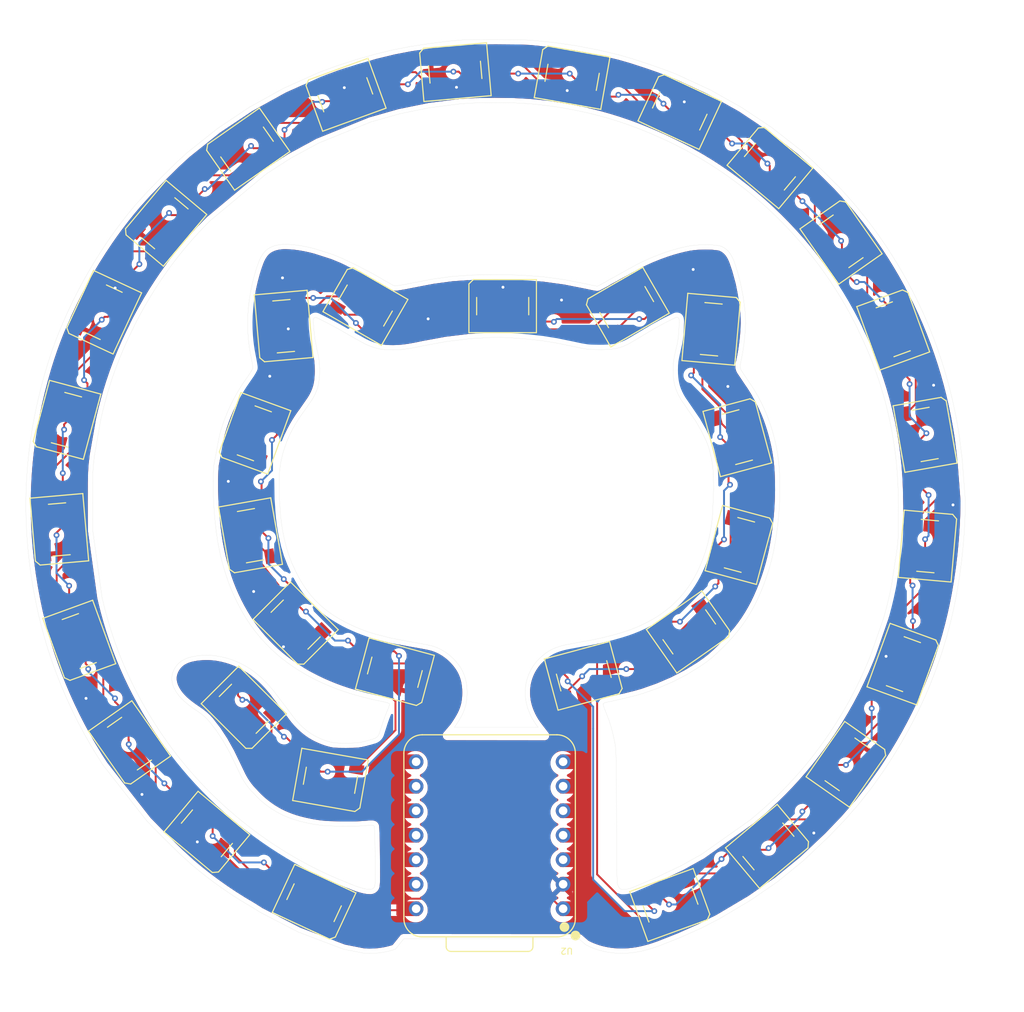
<source format=kicad_pcb>
(kicad_pcb (version 20241229) (generator "pcbnew") (generator_version "9.0")
  (layers (0 "F.Cu" signal) (2 "B.Cu" signal) (13 "F.Paste" user) (15 "B.Paste" user) (5 "F.SilkS" user "F.Silkscreen") (7 "B.SilkS" user "B.Silkscreen") (1 "F.Mask" user) (3 "B.Mask" user) (25 "Edge.Cuts" user))
  (net 0 "")
  (net 1 "+5V")
  (net 2 "GND")
  (net 3 "Net-(D1-DOUT)")
  (net 4 "Net-(D1-DIN)")
  (net 5 "Net-(D2-DOUT)")
  (net 6 "Net-(D3-DOUT)")
  (net 7 "Net-(D4-DOUT)")
  (net 8 "Net-(D5-DOUT)")
  (net 9 "Net-(D6-DOUT)")
  (net 10 "Net-(D7-DOUT)")
  (net 11 "Net-(D8-DOUT)")
  (net 12 "Net-(D10-DIN)")
  (net 13 "Net-(D10-DOUT)")
  (net 14 "Net-(D11-DOUT)")
  (net 15 "Net-(D12-DOUT)")
  (net 16 "Net-(D13-DOUT)")
  (net 17 "Net-(D14-DOUT)")
  (net 18 "Net-(D15-DOUT)")
  (net 19 "Net-(D16-DOUT)")
  (net 20 "Net-(D17-DOUT)")
  (net 21 "Net-(D18-DOUT)")
  (net 22 "Net-(D19-DOUT)")
  (net 23 "Net-(D20-DOUT)")
  (net 24 "Net-(D21-DOUT)")
  (net 25 "Net-(D22-DOUT)")
  (net 26 "Net-(D23-DOUT)")
  (net 27 "Net-(D24-DOUT)")
  (net 28 "Net-(D25-DOUT)")
  (net 29 "Net-(D26-DOUT)")
  (net 30 "Net-(D27-DOUT)")
  (net 31 "Net-(D28-DOUT)")
  (net 32 "Net-(D29-DOUT)")
  (net 33 "Net-(D30-DOUT)")
  (net 34 "Net-(D31-DOUT)")
  (net 35 "Net-(D32-DOUT)")
  (net 36 "Net-(D33-DOUT)")
  (net 37 "Net-(D34-DOUT)")
  (net 38 "Net-(D35-DOUT)")
  (net 39 "Net-(D36-DOUT)")
  (footprint "LED_SMD:LED_SK6812_PLCC4_5.0x5.0mm_P3.2mm" (layer "F.Cu") (at 174.17 44.541935 -25)
    (property "Reference" "D13" (hide yes))
    (property "Value" "SK6812" (hide yes))
  )
  (footprint "LED_SMD:LED_SK6812_PLCC4_5.0x5.0mm_P3.2mm" (layer "F.Cu") (at 150.89 40.5 5)
    (property "Reference" "D11" (hide yes))
    (property "Value" "SK6812" (hide yes))
  )
  (footprint "LED_SMD:LED_SK6812_PLCC4_5.0x5.0mm_P3.2mm" (layer "F.Cu") (at 168.671765 64.860636 30)
    (property "Reference" "D28" (hide yes))
    (property "Value" "SK6812" (hide yes))
  )
  (footprint "LED_SMD:LED_SK6812_PLCC4_5.0x5.0mm_P3.2mm" (layer "F.Cu") (at 117.116588 110.120999 125)
    (property "Reference" "D3" (hide yes))
    (property "Value" "SK6812" (hide yes))
  )
  (footprint "LED_SMD:LED_SK6812_PLCC4_5.0x5.0mm_P3.2mm" (layer "F.Cu") (at 190.89 58.04 -55)
    (property "Reference" "D15" (hide yes))
    (property "Value" "SK6812" (hide yes))
  )
  (footprint "LED_SMD:LED_SK6812_PLCC4_5.0x5.0mm_P3.2mm" (layer "F.Cu") (at 183.52 50.3 -40)
    (property "Reference" "D14" (hide yes))
    (property "Value" "SK6812" (hide yes))
  )
  (footprint "LED_SMD:LED_SK6812_PLCC4_5.0x5.0mm_P3.2mm" (layer "F.Cu") (at 175.155356 98.534623 -145)
    (property "Reference" "D24" (hide yes))
    (property "Value" "SK6812" (hide yes))
  )
  (footprint "Xiao:XIAO-ESP32S3-DIP" (layer "F.Cu") (at 154.455 119.62 180)
    (property "Reference" "U2")
    (property "Value" "XIAO-ESP32-S3-DIP")
  )
  (footprint "LED_SMD:LED_SK6812_PLCC4_5.0x5.0mm_P3.2mm" (layer "F.Cu") (at 164.22 103.09 -165)
    (property "Reference" "D23" (hide yes))
    (property "Value" "SK6812" (hide yes))
  )
  (footprint "LED_SMD:LED_SK6812_PLCC4_5.0x5.0mm_P3.2mm" (layer "F.Cu") (at 199.611128 78.064943 -80)
    (property "Reference" "D17" (hide yes))
    (property "Value" "SK6812" (hide yes))
  )
  (footprint "LED_SMD:LED_SK6812_PLCC4_5.0x5.0mm_P3.2mm" (layer "F.Cu") (at 141.58 64.7 -30)
    (property "Reference" "D30" (hide yes))
    (property "Value" "SK6812" (hide yes))
  )
  (footprint "LED_SMD:LED_SK6812_PLCC4_5.0x5.0mm_P3.2mm" (layer "F.Cu") (at 155.81 64.76)
    (property "Reference" "D29" (hide yes))
    (property "Value" "SK6812" (hide yes))
  )
  (footprint "LED_SMD:LED_SK6812_PLCC4_5.0x5.0mm_P3.2mm" (layer "F.Cu") (at 173.21 126.85 -160)
    (property "Reference" "D22" (hide yes))
    (property "Value" "SK6812" (hide yes))
  )
  (footprint "LED_SMD:LED_SK6812_PLCC4_5.0x5.0mm_P3.2mm" (layer "F.Cu") (at 180.13854 78.344985 -75)
    (property "Reference" "D26" (hide yes))
    (property "Value" "SK6812" (hide yes))
  )
  (footprint "LED_SMD:LED_SK6812_PLCC4_5.0x5.0mm_P3.2mm" (layer "F.Cu") (at 183.36 120.78 -140)
    (property "Reference" "D21" (hide yes))
    (property "Value" "SK6812" (hide yes))
  )
  (footprint "LED_SMD:LED_SK6812_PLCC4_5.0x5.0mm_P3.2mm" (layer "F.Cu") (at 109.84 87.92 95)
    (property "Reference" "D5" (hide yes))
    (property "Value" "SK6812" (hide yes))
  )
  (footprint "LED_SMD:LED_SK6812_PLCC4_5.0x5.0mm_P3.2mm" (layer "F.Cu") (at 144.63 102.72 165)
    (property "Reference" "D35" (hide yes))
    (property "Value" "SK6812" (hide yes))
  )
  (footprint "LED_SMD:LED_SK6812_PLCC4_5.0x5.0mm_P3.2mm" (layer "F.Cu") (at 129.66 88.56 100)
    (property "Reference" "D33" (hide yes))
    (property "Value" "SK6812" (hide yes))
  )
  (footprint "LED_SMD:LED_SK6812_PLCC4_5.0x5.0mm_P3.2mm" (layer "F.Cu") (at 114.401356 65.394471 65)
    (property "Reference" "D7" (hide yes))
    (property "Value" "SK6812" (hide yes))
  )
  (footprint "LED_SMD:LED_SK6812_PLCC4_5.0x5.0mm_P3.2mm" (layer "F.Cu") (at 120.77 56.17 50)
    (property "Reference" "D8" (hide yes))
    (property "Value" "SK6812" (hide yes))
  )
  (footprint "LED_SMD:LED_SK6812_PLCC4_5.0x5.0mm_P3.2mm" (layer "F.Cu") (at 130.06 77.95 70)
    (property "Reference" "D32" (hide yes))
    (property "Value" "SK6812" (hide yes))
  )
  (footprint "LED_SMD:LED_SK6812_PLCC4_5.0x5.0mm_P3.2mm" (layer "F.Cu") (at 128.97 106.51 135)
    (property "Reference" "D37" (hide yes))
    (property "Value" "SK6812" (hide yes))
  )
  (footprint "LED_SMD:LED_SK6812_PLCC4_5.0x5.0mm_P3.2mm" (layer "F.Cu") (at 196.3 67.16 -70)
    (property "Reference" "D16" (hide yes))
    (property "Value" "SK6812" (hide yes))
  )
  (footprint "LED_SMD:LED_SK6812_PLCC4_5.0x5.0mm_P3.2mm" (layer "F.Cu") (at 125.14 119.42 140)
    (property "Reference" "D2" (hide yes))
    (property "Value" "SK6812" (hide yes))
  )
  (footprint "LED_SMD:LED_SK6812_PLCC4_5.0x5.0mm_P3.2mm" (layer "F.Cu") (at 110.58 76.55 75)
    (property "Reference" "D6" (hide yes))
    (property "Value" "SK6812" (hide yes))
  )
  (footprint "LED_SMD:LED_SK6812_PLCC4_5.0x5.0mm_P3.2mm" (layer "F.Cu") (at 163.01 41.038159 -10)
    (property "Reference" "D12" (hide yes))
    (property "Value" "SK6812" (hide yes))
  )
  (footprint "LED_SMD:LED_SK6812_PLCC4_5.0x5.0mm_P3.2mm" (layer "F.Cu") (at 137.954943 113.921127 170)
    (property "Reference" "D36" (hide yes))
    (property "Value" "SK6812" (hide yes))
  )
  (footprint "LED_SMD:LED_SK6812_PLCC4_5.0x5.0mm_P3.2mm" (layer "F.Cu") (at 133.1 66.84 95)
    (property "Reference" "D31" (hide yes))
    (property "Value" "SK6812" (hide yes))
  )
  (footprint "LED_SMD:LED_SK6812_PLCC4_5.0x5.0mm_P3.2mm" (layer "F.Cu") (at 111.908538 99.484979 110)
    (property "Reference" "D4" (hide yes))
    (property "Value" "SK6812" (hide yes))
  )
  (footprint "LED_SMD:LED_SK6812_PLCC4_5.0x5.0mm_P3.2mm" (layer "F.Cu") (at 197.36 101.88 -110)
    (property "Reference" "D19" (hide yes))
    (property "Value" "SK6812" (hide yes))
  )
  (footprint "LED_SMD:LED_SK6812_PLCC4_5.0x5.0mm_P3.2mm" (layer "F.Cu") (at 180.36 89.52 -105)
    (property "Reference" "D25" (hide yes))
    (property "Value" "SK6812" (hide yes))
  )
  (footprint "LED_SMD:LED_SK6812_PLCC4_5.0x5.0mm_P3.2mm" (layer "F.Cu") (at 139.490521 42.844445 20)
    (property "Reference" "D10" (hide yes))
    (property "Value" "SK6812" (hide yes))
  )
  (footprint "LED_SMD:LED_SK6812_PLCC4_5.0x5.0mm_P3.2mm" (layer "F.Cu") (at 191.52 112.27 -125)
    (property "Reference" "D20" (hide yes))
    (property "Value" "SK6812" (hide yes))
  )
  (footprint "LED_SMD:LED_SK6812_PLCC4_5.0x5.0mm_P3.2mm" (layer "F.Cu") (at 177.437441 67.158771 -95)
    (property "Reference" "D27" (hide yes))
    (property "Value" "SK6812" (hide yes))
  )
  (footprint "LED_SMD:LED_SK6812_PLCC4_5.0x5.0mm_P3.2mm" (layer "F.Cu") (at 129.3 48.48 35)
    (property "Reference" "D9" (hide yes))
    (property "Value" "SK6812" (hide yes))
  )
  (footprint "LED_SMD:LED_SK6812_PLCC4_5.0x5.0mm_P3.2mm" (layer "F.Cu") (at 136.256639 126.615324 155)
    (property "Reference" "D1" (hide yes))
    (property "Value" "SK6812" (hide yes))
  )
  (footprint "LED_SMD:LED_SK6812_PLCC4_5.0x5.0mm_P3.2mm" (layer "F.Cu") (at 199.87 89.64 -95)
    (property "Reference" "D18" (hide yes))
    (property "Value" "SK6812" (hide yes))
  )
  (footprint "LED_SMD:LED_SK6812_PLCC4_5.0x5.0mm_P3.2mm" (layer "F.Cu") (at 134.34 97.78 135)
    (property "Reference" "D34" (hide yes))
    (property "Value" "SK6812" (hide yes))
  )
  (gr_arc (start 129.697403 69.886048) (mid 129.52358 68.860173) (end 129.414958 67.825081) (stroke (width 0.017)) (layer "Edge.Cuts"))
  (gr_line (start 163.928621 69.115554) (end 164.506136 69.209754) (stroke (width 0.017)) (layer "Edge.Cuts"))
  (gr_line (start 156.981404 43.684735) (end 158.552481 43.773494) (stroke (width 0.017)) (layer "Edge.Cuts"))
  (gr_line (start 136.341053 68.175314) (end 136.217851 67.101448) (stroke (width 0.017)) (layer "Edge.Cuts"))
  (gr_arc (start 133.096832 88.580312) (mid 132.937332 87.687025) (end 132.717799 85.519554) (stroke (width 0.017)) (layer "Edge.Cuts"))
  (gr_line (start 177.657316 82.404855) (end 177.677176 83.723021) (stroke (width 0.017)) (layer "Edge.Cuts"))
  (gr_arc (start 109.202949 101.938691) (mid 108.318145 99.187899) (end 107.605753 96.3875) (stroke (width 0.017)) (layer "Edge.Cuts"))
  (gr_arc (start 136.415699 103.498343) (mid 134.987732 102.717354) (end 133.626995 101.824367) (stroke (width 0.017)) (layer "Edge.Cuts"))
  (gr_line (start 167.9025 38.723151) (end 165.657953 38.187498) (stroke (width 0.017)) (layer "Edge.Cuts"))
  (gr_arc (start 119.9265 62.754112) (mid 121.180619 60.919745) (end 122.53307 59.156624) (stroke (width 0.017)) (layer "Edge.Cuts"))
  (gr_arc (start 142.005523 118.588146) (mid 142.116043 118.583021) (end 142.226667 118.583761) (stroke (width 0.017)) (layer "Edge.Cuts"))
  (gr_line (start 113.377828 81.17534) (end 113.48662 80.2375) (stroke (width 0.017)) (layer "Edge.Cuts"))
  (gr_line (start 167.405066 109.886862) (end 167.265475 109.214042) (stroke (width 0.017)) (layer "Edge.Cuts"))
  (gr_arc (start 166.232182 105.995252) (mid 166.248098 105.96716) (end 166.271585 105.945008) (stroke (width 0.017)) (layer "Edge.Cuts"))
  (gr_line (start 177.355373 80.143773) (end 177.465348 80.61331) (stroke (width 0.017)) (layer "Edge.Cuts"))
  (gr_line (start 173.617834 69.949691) (end 173.535604 70.421655) (stroke (width 0.017)) (layer "Edge.Cuts"))
  (gr_line (start 190.559703 52.276065) (end 189.472637 51.191906) (stroke (width 0.017)) (layer "Edge.Cuts"))
  (gr_line (start 129.8238 127.081267) (end 130.650537 127.604433) (stroke (width 0.017)) (layer "Edge.Cuts"))
  (gr_line (start 176.445 121.589436) (end 174.305651 122.780831) (stroke (width 0.017)) (layer "Edge.Cuts"))
  (gr_line (start 113.29678 86.815299) (end 113.29 85.21) (stroke (width 0.017)) (layer "Edge.Cuts"))
  (gr_arc (start 142.45785 118.643389) (mid 142.493159 118.695269) (end 142.507746 118.757332) (stroke (width 0.017)) (layer "Edge.Cuts"))
  (gr_line (start 133.907769 107.080758) (end 132.057983 104.649916) (stroke (width 0.017)) (layer "Edge.Cuts"))
  (gr_line (start 145.677589 62.510645) (end 145.177574 62.597954) (stroke (width 0.017)) (layer "Edge.Cuts"))
  (gr_line (start 189.62 119.768706) (end 191.291085 118.025292) (stroke (width 0.017)) (layer "Edge.Cuts"))
  (gr_line (start 144.469956 62.603172) (end 144.12597 62.421975) (stroke (width 0.017)) (layer "Edge.Cuts"))
  (gr_arc (start 166.228558 106.077447) (mid 166.223695 106.036037) (end 166.232182 105.995252) (stroke (width 0.017)) (layer "Edge.Cuts"))
  (gr_arc (start 129.823712 127.081212) (mid 125.133748 123.943219) (end 123.490018 122.605682) (stroke (width 0.017)) (layer "Edge.Cuts"))
  (gr_line (start 157.700769 61.546581) (end 155.1525 61.489342) (stroke (width 0.017)) (layer "Edge.Cuts"))
  (gr_arc (start 179.588728 51.602105) (mid 182.253925 53.713954) (end 184.740687 56.033263) (stroke (width 0.017)) (layer "Edge.Cuts"))
  (gr_arc (start 170.440312 131.578692) (mid 169.649019 131.73878) (end 168.847385 131.834464) (stroke (width 0.017)) (layer "Edge.Cuts"))
  (gr_arc (start 129.9075 71.12696) (mid 129.900589 71.187148) (end 129.873612 71.256629) (stroke (width 0.017)) (layer "Edge.Cuts"))
  (gr_line (start 148.105611 99.902483) (end 147.584824 99.801374) (stroke (width 0.017)) (layer "Edge.Cuts"))
  (gr_arc (start 196.158664 93.5252) (mid 195.77419 95.324) (end 195.306448 97.102842) (stroke (width 0.017)) (layer "Edge.Cuts"))
  (gr_line (start 140.638433 60.510697) (end 139.234402 59.837152) (stroke (width 0.017)) (layer "Edge.Cuts"))
  (gr_arc (start 201.213134 101.081321) (mid 200.059158 104.170403) (end 198.687909 107.169364) (stroke (width 0.017)) (layer "Edge.Cuts"))
  (gr_line (start 127.517017 111.068796) (end 128.161744 112.401453) (stroke (width 0.017)) (layer "Edge.Cuts"))
  (gr_arc (start 112.334704 62.146495) (mid 113.57997 60.008368) (end 114.928938 57.934107) (stroke (width 0.017)) (layer "Edge.Cuts"))
  (gr_line (start 178.242403 128.302497) (end 181.555443 126.33511) (stroke (width 0.017)) (layer "Edge.Cuts"))
  (gr_arc (start 184.740687 56.033263) (mid 187.038322 58.55047) (end 189.126627 61.243877) (stroke (width 0.017)) (layer "Edge.Cuts"))
  (gr_arc (start 117.676545 66.677562) (mid 118.750141 64.687947) (end 119.9265 62.754112) (stroke (width 0.017)) (layer "Edge.Cuts"))
  (gr_line (start 174.305651 122.780831) (end 171.732016 124.00498) (stroke (width 0.017)) (layer "Edge.Cuts"))
  (gr_arc (start 168.956497 60.862753) (mid 171.865749 59.48434) (end 172.784614 59.151155) (stroke (width 0.017)) (layer "Edge.Cuts"))
  (gr_line (start 174.108063 66.459458) (end 174.087351 67.085389) (stroke (width 0.017)) (layer "Edge.Cuts"))
  (gr_line (start 130.650537 127.604433) (end 134.597019 129.653687) (stroke (width 0.017)) (layer "Edge.Cuts"))
  (gr_arc (start 194.014499 100.826008) (mid 191.171845 106.690899) (end 189.562506 109.236497) (stroke (width 0.017)) (layer "Edge.Cuts"))
  (gr_arc (start 145.371986 69.252478) (mid 144.182773 69.299314) (end 143.549747 69.265191) (stroke (width 0.017)) (layer "Edge.Cuts"))
  (gr_arc (start 126.171729 88.537172) (mid 125.903889 86.051022) (end 125.804887 82.906346) (stroke (width 0.017)) (layer "Edge.Cuts"))
  (gr_line (start 144.554681 38.164511) (end 142.658213 38.619937) (stroke (width 0.017)) (layer "Edge.Cuts"))
  (gr_line (start 159.921251 68.351026) (end 161.370615 68.584112) (stroke (width 0.017)) (layer "Edge.Cuts"))
  (gr_line (start 129.8458 70.679273) (end 129.89755 70.998285) (stroke (width 0.017)) (layer "Edge.Cuts"))
  (gr_arc (start 176.757459 90.429578) (mid 176.398336 91.388399) (end 175.978223 92.322107) (stroke (width 0.017)) (layer "Edge.Cuts"))
  (gr_line (start 146.353123 99.5835) (end 144.280327 99.192622) (stroke (width 0.017)) (layer "Edge.Cuts"))
  (gr_line (start 157.596471 37.136134) (end 155.246051 37.117552) (stroke (width 0.017)) (layer "Edge.Cuts"))
  (gr_line (start 167.630994 123.185385) (end 167.614769 117.870662) (stroke (width 0.017)) (layer "Edge.Cuts"))
  (gr_line (start 126.141989 108.793589) (end 126.844395 109.867537) (stroke (width 0.017)) (layer "Edge.Cuts"))
  (gr_line (start 166.003168 62.50695) (end 165.698722 62.66254) (stroke (width 0.017)) (layer "Edge.Cuts"))
  (gr_arc (start 158.422507 106.484419) (mid 158.201564 105.560655) (end 158.15102 104.612183) (stroke (width 0.017)) (layer "Edge.Cuts"))
  (gr_line (start 140.257265 110.061224) (end 140.412565 110.051586) (stroke (width 0.017)) (layer "Edge.Cuts"))
  (gr_arc (start 133.626995 101.824367) (mid 132.412358 100.866719) (end 131.292435 99.799853) (stroke (width 0.017)) (layer "Edge.Cuts"))
  (gr_line (start 136.528856 65.962405) (end 137.539903 66.461677) (stroke (width 0.017)) (layer "Edge.Cuts"))
  (gr_line (start 139.304285 131.437135) (end 141.27509 131.825739) (stroke (width 0.017)) (layer "Edge.Cuts"))
  (gr_arc (start 123.467354 101.148188) (mid 123.908569 101.057933) (end 124.354879 100.997735) (stroke (width 0.017)) (layer "Edge.Cuts"))
  (gr_arc (start 184.018302 89.537587) (mid 183.644326 91.236864) (end 183.141277 92.9025) (stroke (width 0.017)) (layer "Edge.Cuts"))
  (gr_line (start 191.291085 118.025292) (end 192.712058 116.407863) (stroke (width 0.017)) (layer "Edge.Cuts"))
  (gr_line (start 168.956497 60.862753) (end 166.761288 62.078873) (stroke (width 0.017)) (layer "Edge.Cuts"))
  (gr_arc (start 190.559703 52.276065) (mid 194.256122 56.686874) (end 196.158948 59.4572) (stroke (width 0.017)) (layer "Edge.Cuts"))
  (gr_line (start 143.927784 106.517718) (end 143.81621 106.786101) (stroke (width 0.017)) (layer "Edge.Cuts"))
  (gr_line (start 145.177574 62.597954) (end 144.758883 62.659904) (stroke (width 0.017)) (layer "Edge.Cuts"))
  (gr_arc (start 122.53307 59.156624) (mid 123.978938 57.471113) (end 125.514782 55.867161) (stroke (width 0.017)) (layer "Edge.Cuts"))
  (gr_arc (start 129.927004 102.585355) (mid 130.782757 103.286597) (end 131.561019 104.072845) (stroke (width 0.017)) (layer "Edge.Cuts"))
  (gr_line (start 144.12597 62.421975) (end 143.707668 62.188928) (stroke (width 0.017)) (layer "Edge.Cuts"))
  (gr_arc (start 143.013871 109.080805) (mid 142.926214 109.260037) (end 142.800039 109.414388) (stroke (width 0.017)) (layer "Edge.Cuts"))
  (gr_arc (start 108.543753 71.0575) (mid 109.295838 68.79935) (end 110.171156 66.586052) (stroke (width 0.017)) (layer "Edge.Cuts"))
  (gr_arc (start 134.270487 77.079122) (mid 134.684302 76.414659) (end 135.13551 75.775006) (stroke (width 0.017)) (layer "Edge.Cuts"))
  (gr_arc (start 136.507414 73.54346) (mid 136.285376 74.038198) (end 136.015124 74.508628) (stroke (width 0.017)) (layer "Edge.Cuts"))
  (gr_arc (start 110.171156 66.586052) (mid 111.198197 64.3396) (end 112.334704 62.146495) (stroke (width 0.017)) (layer "Edge.Cuts"))
  (gr_arc (start 172.784614 59.151155) (mid 173.678382 58.873945) (end 174.58482 58.641941) (stroke (width 0.017)) (layer "Edge.Cuts"))
  (gr_line (start 142.566472 120.384773) (end 142.58535 121.814329) (stroke (width 0.017)) (layer "Edge.Cuts"))
  (gr_line (start 138.584766 39.854874) (end 136.7925 40.517905) (stroke (width 0.017)) (layer "Edge.Cuts"))
  (gr_arc (start 169.229571 68.465139) (mid 168.540596 68.830945) (end 168.0544 69.01942) (stroke (width 0.017)) (layer "Edge.Cuts"))
  (gr_arc (start 125.321625 100.962926) (mid 125.797385 100.992386) (end 126.270094 101.053724) (stroke (width 0.017)) (layer "Edge.Cuts"))
  (gr_arc (start 183.141277 92.9025) (mid 182.74939 93.958578) (end 182.307951 94.994921) (stroke (width 0.017)) (layer "Edge.Cuts"))
  (gr_arc (start 133.344798 121.378824) (mid 130.806444 119.698041) (end 128.395046 117.839702) (stroke (width 0.017)) (layer "Edge.Cuts"))
  (gr_line (start 143.572385 105.80878) (end 143.824288 105.879825) (stroke (width 0.017)) (layer "Edge.Cuts"))
  (gr_arc (start 142.376941 118.600327) (mid 142.420688 118.615676) (end 142.45785 118.643389) (stroke (width 0.017)) (layer "Edge.Cuts"))
  (gr_arc (start 139.641351 104.808307) (mid 138.004091 104.213491) (end 136.415699 103.498343) (stroke (width 0.017)) (layer "Edge.Cuts"))
  (gr_line (start 154.97702 43.6585) (end 156.981404 43.684735) (stroke (width 0.017)) (layer "Edge.Cuts"))
  (gr_arc (start 160.404451 100.651897) (mid 160.809426 100.406038) (end 161.24018 100.208802) (stroke (width 0.017)) (layer "Edge.Cuts"))
  (gr_arc (start 142.501029 69.05984) (mid 141.935923 68.856853) (end 141.390674 68.604412) (stroke (width 0.017)) (layer "Edge.Cuts"))
  (gr_arc (start 115.685221 99.809965) (mid 114.899189 97.391493) (end 114.263966 94.929106) (stroke (width 0.017)) (layer "Edge.Cuts"))
  (gr_line (start 139.555 110.070666) (end 138.832423 110.064196) (stroke (width 0.017)) (layer "Edge.Cuts"))
  (gr_line (start 136.217851 67.101448) (end 136.169774 66.15389) (stroke (width 0.017)) (layer "Edge.Cuts"))
  (gr_arc (start 179.584558 59.634788) (mid 179.708055 59.89723) (end 179.815305 60.166646) (stroke (width 0.017)) (layer "Edge.Cuts"))
  (gr_arc (start 168.0544 69.01942) (mid 167.601138 69.142219) (end 167.136726 69.211852) (stroke (width 0.017)) (layer "Edge.Cuts"))
  (gr_arc (start 180.180878 98.449858) (mid 179.48379 99.267032) (end 178.744392 100.046197) (stroke (width 0.017)) (layer "Edge.Cuts"))
  (gr_line (start 187.934667 49.684992) (end 186.763039 48.633005) (stroke (width 0.017)) (layer "Edge.Cuts"))
  (gr_arc (start 131.292435 99.799853) (mid 130.014272 98.296509) (end 128.91964 96.654704) (stroke (width 0.017)) (layer "Edge.Cuts"))
  (gr_arc (start 158.15102 104.612183) (mid 158.272201 103.700511) (end 158.562751 102.827924) (stroke (width 0.017)) (layer "Edge.Cuts"))
  (gr_line (start 144.688407 131.436221) (end 145.56 130.36) (stroke (width 0.017)) (layer "Edge.Cuts"))
  (gr_arc (start 136.819296 71.113456) (mid 136.809835 72.021916) (end 136.751646 72.60118) (stroke (width 0.017)) (layer "Edge.Cuts"))
  (gr_line (start 147.584824 99.801374) (end 146.977001 99.690358) (stroke (width 0.017)) (layer "Edge.Cuts"))
  (gr_line (start 175.170288 75.723973) (end 175.843101 76.709038) (stroke (width 0.017)) (layer "Edge.Cuts"))
  (gr_line (start 144.015333 106.274194) (end 143.927784 106.517718) (stroke (width 0.017)) (layer "Edge.Cuts"))
  (gr_arc (start 122.214571 101.794538) (mid 122.47375 101.57992) (end 122.762106 101.406469) (stroke (width 0.017)) (layer "Edge.Cuts"))
  (gr_line (start 163.72 130.37) (end 145.56 130.36) (stroke (width 0.017)) (layer "Edge.Cuts"))
  (gr_line (start 164.178528 99.533567) (end 162.363921 99.873959) (stroke (width 0.017)) (layer "Edge.Cuts"))
  (gr_arc (start 129.390064 65.719703) (mid 129.475174 64.645579) (end 129.624137 63.578436) (stroke (width 0.017)) (layer "Edge.Cuts"))
  (gr_line (start 138.228261 59.420899) (end 136.425015 58.84149) (stroke (width 0.017)) (layer "Edge.Cuts"))
  (gr_arc (start 121.746488 104.367832) (mid 121.601966 103.986964) (end 121.521249 103.587676) (stroke (width 0.017)) (layer "Edge.Cuts"))
  (gr_line (start 180.457858 62.323536) (end 180.085414 60.961897) (stroke (width 0.017)) (layer "Edge.Cuts"))
  (gr_arc (start 167.136726 69.211852) (mid 166.500271 69.254714) (end 165.862371 69.267366) (stroke (width 0.017)) (layer "Edge.Cuts"))
  (gr_arc (start 184.050588 78.759941) (mid 184.351184 80.351225) (end 184.507113 81.963128) (stroke (width 0.017)) (layer "Edge.Cuts"))
  (gr_arc (start 158.562751 102.827924) (mid 159.013141 102.022054) (end 159.605586 101.314034) (stroke (width 0.017)) (layer "Edge.Cuts"))
  (gr_arc (start 175.978223 92.322107) (mid 175.168336 93.717306) (end 174.16937 94.98402) (stroke (width 0.017)) (layer "Edge.Cuts"))
  (gr_arc (start 129.120726 114.230725) (mid 128.888465 113.860586) (end 128.678439 113.477225) (stroke (width 0.017)) (layer "Edge.Cuts"))
  (gr_line (start 114.399791 112.381751) (end 118.925781 118.150423) (stroke (width 0.017)) (layer "Edge.Cuts"))
  (gr_arc (start 168.237687 125.245) (mid 168.025994 125.18976) (end 167.868259 125.038146) (stroke (width 0.017)) (layer "Edge.Cuts"))
  (gr_arc (start 135.39559 94.052631) (mid 134.873516 93.240938) (end 134.13491 91.790798) (stroke (width 0.017)) (layer "Edge.Cuts"))
  (gr_arc (start 182.307951 94.994921) (mid 181.854759 95.914936) (end 181.344823 96.804754) (stroke (width 0.017)) (layer "Edge.Cuts"))
  (gr_line (start 169.213357 39.101122) (end 167.9025 38.723151) (stroke (width 0.017)) (layer "Edge.Cuts"))
  (gr_arc (start 174.16937 94.98402) (mid 173.001222 96.09701) (end 171.687542 97.033794) (stroke (width 0.017)) (layer "Edge.Cuts"))
  (gr_arc (start 115.010233 73.225709) (mid 115.561707 71.571) (end 117.518225 67.023985) (stroke (width 0.017)) (layer "Edge.Cuts"))
  (gr_line (start 129.873612 71.256629) (end 129.756513 71.478236) (stroke (width 0.017)) (layer "Edge.Cuts"))
  (gr_line (start 144.280327 99.192622) (end 142.590348 98.766006) (stroke (width 0.017)) (layer "Edge.Cuts"))
  (gr_line (start 147.648111 68.855915) (end 149.941769 68.433084) (stroke (width 0.017)) (layer "Edge.Cuts"))
  (gr_line (start 152.899399 37.11946) (end 151.6675 37.158896) (stroke (width 0.017)) (layer "Edge.Cuts"))
  (gr_line (start 177.63983 82.146913) (end 177.657316 82.404855) (stroke (width 0.017)) (layer "Edge.Cuts"))
  (gr_line (start 173.848037 40.731025) (end 172.573054 40.235743) (stroke (width 0.017)) (layer "Edge.Cuts"))
  (gr_arc (start 106.408152 83.636537) (mid 106.629926 80.479811) (end 107.060182 77.344691) (stroke (width 0.017)) (layer "Edge.Cuts"))
  (gr_line (start 176.950273 101.648562) (end 177.484503 101.23022) (stroke (width 0.017)) (layer "Edge.Cuts"))
  (gr_arc (start 122.229218 105.131833) (mid 121.965044 104.764244) (end 121.746488 104.367832) (stroke (width 0.017)) (layer "Edge.Cuts"))
  (gr_arc (start 137.971197 96.609539) (mid 137.240407 96.055941) (end 136.561649 95.439651) (stroke (width 0.017)) (layer "Edge.Cuts"))
  (gr_line (start 122.295871 121.520693) (end 123.490018 122.605682) (stroke (width 0.017)) (layer "Edge.Cuts"))
  (gr_arc (start 128.395046 117.839702) (mid 126.118224 115.809418) (end 123.992394 113.621538) (stroke (width 0.017)) (layer "Edge.Cuts"))
  (gr_arc (start 185.839052 113.921144) (mid 183.720251 116.063949) (end 181.453202 118.049251) (stroke (width 0.017)) (layer "Edge.Cuts"))
  (gr_arc (start 165.698722 62.66254) (mid 165.652356 62.679369) (end 165.603962 62.685) (stroke (width 0.017)) (layer "Edge.Cuts"))
  (gr_arc (start 144.688407 131.436221) (mid 144.036141 131.626912) (end 143.37045 131.76355) (stroke (width 0.017)) (layer "Edge.Cuts"))
  (gr_line (start 196.846696 85.515022) (end 196.832111 88.105481) (stroke (width 0.017)) (layer "Edge.Cuts"))
  (gr_line (start 113.48662 80.2375) (end 114.120499 76.625762) (stroke (width 0.017)) (layer "Edge.Cuts"))
  (gr_line (start 174.924479 102.949354) (end 176.287018 102.111386) (stroke (width 0.017)) (layer "Edge.Cuts"))
  (gr_arc (start 142.226667 118.583761) (mid 142.302122 118.589163) (end 142.376941 118.600327) (stroke (width 0.017)) (layer "Edge.Cuts"))
  (gr_arc (start 117.68162 104.434413) (mid 116.61125 102.153345) (end 115.685221 99.809965) (stroke (width 0.017)) (layer "Edge.Cuts"))
  (gr_arc (start 141.109042 98.25777) (mid 140.388094 97.955275) (end 139.681368 97.620899) (stroke (width 0.017)) (layer "Edge.Cuts"))
  (gr_arc (start 107.060182 77.344691) (mid 107.704142 74.178012) (end 108.543753 71.0575) (stroke (width 0.017)) (layer "Edge.Cuts"))
  (gr_line (start 142.658213 38.619937) (end 140.604407 39.203073) (stroke (width 0.017)) (layer "Edge.Cuts"))
  (gr_line (start 141.591979 109.869348) (end 141.139546 109.972344) (stroke (width 0.017)) (layer "Edge.Cuts"))
  (gr_arc (start 162.566919 44.301629) (mid 164.488046 44.69314) (end 166.387258 45.17997) (stroke (width 0.017)) (layer "Edge.Cuts"))
  (gr_line (start 131.343775 51.023152) (end 133.606819 49.566036) (stroke (width 0.017)) (layer "Edge.Cuts"))
  (gr_arc (start 165.603962 62.685) (mid 165.556034 62.682822) (end 165.503017 62.675241) (stroke (width 0.017)) (layer "Edge.Cuts"))
  (gr_line (start 195.306449 97.102842) (end 194.014499 100.826006) (stroke (width 0.017)) (layer "Edge.Cuts"))
  (gr_line (start 165.503017 62.675241) (end 165.227486 62.622912) (stroke (width 0.017)) (layer "Edge.Cuts"))
  (gr_line (start 129.562505 44.124763) (end 126.204897 46.370479) (stroke (width 0.017)) (layer "Edge.Cuts"))
  (gr_line (start 136.714894 47.857182) (end 142.122524 45.671351) (stroke (width 0.017)) (layer "Edge.Cuts"))
  (gr_line (start 177.295291 42.320051) (end 173.848037 40.731025) (stroke (width 0.017)) (layer "Edge.Cuts"))
  (gr_arc (start 159.605586 101.314034) (mid 159.990379 100.965303) (end 160.404451 100.651897) (stroke (width 0.017)) (layer "Edge.Cuts"))
  (gr_arc (start 149.609412 100.473544) (mid 149.897887 100.655434) (end 150.173831 100.855826) (stroke (width 0.017)) (layer "Edge.Cuts"))
  (gr_arc (start 174.099035 66.161685) (mid 174.108279 66.297289) (end 174.108063 66.459458) (stroke (width 0.017)) (layer "Edge.Cuts"))
  (gr_arc (start 138.705209 124.137441) (mid 135.974026 122.856943) (end 133.344798 121.378824) (stroke (width 0.017)) (layer "Edge.Cuts"))
  (gr_line (start 135.13551 75.775006) (end 136.015124 74.508628) (stroke (width 0.017)) (layer "Edge.Cuts"))
  (gr_arc (start 177.465348 80.61331) (mid 177.538472 81.029783) (end 177.63985 82.147219) (stroke (width 0.017)) (layer "Edge.Cuts"))
  (gr_line (start 143.281281 105.744837) (end 143.572385 105.80878) (stroke (width 0.017)) (layer "Edge.Cuts"))
  (gr_line (start 125.804887 82.906346) (end 125.805522 82.604581) (stroke (width 0.017)) (layer "Edge.Cuts"))
  (gr_line (start 174.087351 67.085389) (end 174.051909 67.67128) (stroke (width 0.017)) (layer "Edge.Cuts"))
  (gr_arc (start 133.344151 58.354652) (mid 134.060096 58.395908) (end 134.771803 58.483956) (stroke (width 0.017)) (layer "Edge.Cuts"))
  (gr_arc (start 189.126627 61.243877) (mid 190.980565 64.082372) (end 192.596995 67.062417) (stroke (width 0.017)) (layer "Edge.Cuts"))
  (gr_line (start 178.381904 100.399541) (end 178.030674 100.74191) (stroke (width 0.017)) (layer "Edge.Cuts"))
  (gr_line (start 138.678623 67.066291) (end 139.885928 67.764488) (stroke (width 0.017)) (layer "Edge.Cuts"))
  (gr_arc (start 151.330562 102.077175) (mid 151.57365 102.470999) (end 151.772095 102.8891) (stroke (width 0.017)) (layer "Edge.Cuts"))
  (gr_line (start 143.401414 107.880153) (end 143.294536 108.216902) (stroke (width 0.017)) (layer "Edge.Cuts"))
  (gr_line (start 170.898899 39.650118) (end 169.213357 39.101122) (stroke (width 0.017)) (layer "Edge.Cuts"))
  (gr_arc (start 166.474658 105.849549) (mid 166.537752 105.832647) (end 166.602102 105.819676) (stroke (width 0.017)) (layer "Edge.Cuts"))
  (gr_arc (start 166.271585 105.945008) (mid 166.314685 105.91761) (end 166.359885 105.893836) (stroke (width 0.017)) (layer "Edge.Cuts"))
  (gr_arc (start 131.525435 58.792905) (mid 131.870977 58.607823) (end 132.241608 58.480204) (stroke (width 0.017)) (layer "Edge.Cuts"))
  (gr_arc (start 129.89755 70.998285) (mid 129.905019 71.062589) (end 129.9075 71.12696) (stroke (width 0.017)) (layer "Edge.Cuts"))
  (gr_line (start 175.629982 58.453547) (end 175.156134 58.523382) (stroke (width 0.017)) (layer "Edge.Cuts"))
  (gr_line (start 143.685572 107.100691) (end 143.539603 107.486982) (stroke (width 0.017)) (layer "Edge.Cuts"))
  (gr_line (start 167.684408 124.390462) (end 167.630994 123.185385) (stroke (width 0.017)) (layer "Edge.Cuts"))
  (gr_arc (start 121.554737 102.954799) (mid 121.652666 102.634853) (end 121.79634 102.332672) (stroke (width 0.017)) (layer "Edge.Cuts"))
  (gr_line (start 173.487032 103.694049) (end 174.924479 102.949354) (stroke (width 0.017)) (layer "Edge.Cuts"))
  (gr_arc (start 114.399791 112.381752) (mid 112.870283 109.896229) (end 111.492373 107.323568) (stroke (width 0.017)) (layer "Edge.Cuts"))
  (gr_line (start 180.085414 60.961897) (end 179.815305 60.166646) (stroke (width 0.017)) (layer "Edge.Cuts"))
  (gr_line (start 180.871617 68.298749) (end 180.963655 67.314282) (stroke (width 0.017)) (layer "Edge.Cuts"))
  (gr_line (start 164.893134 62.554597) (end 164.524016 62.473636) (stroke (width 0.017)) (layer "Edge.Cuts"))
  (gr_line (start 132.717767 85.519147) (end 132.657167 84.750441) (stroke (width 0.017)) (layer "Edge.Cuts"))
  (gr_line (start 167.265475 109.214042) (end 167.054595 108.397332) (stroke (width 0.017)) (layer "Edge.Cuts"))
  (gr_arc (start 122.981336 105.891575) (mid 122.586725 105.530069) (end 122.229218 105.131833) (stroke (width 0.017)) (layer "Edge.Cuts"))
  (gr_line (start 173.535604 70.421655) (end 173.494292 70.864776) (stroke (width 0.017)) (layer "Edge.Cuts"))
  (gr_arc (start 149.012049 100.175473) (mid 149.315721 100.314508) (end 149.609412 100.473544) (stroke (width 0.017)) (layer "Edge.Cuts"))
  (gr_arc (start 180.446531 71.157351) (mid 180.429571 70.990483) (end 180.451281 70.789014) (stroke (width 0.017)) (layer "Edge.Cuts"))
  (gr_line (start 142.58535 121.814329) (end 142.600326 123.740495) (stroke (width 0.017)) (layer "Edge.Cuts"))
  (gr_line (start 146.011751 69.173072) (end 146.720058 69.048508) (stroke (width 0.017)) (layer "Edge.Cuts"))
  (gr_line (start 132.657167 84.750441) (end 132.626125 82.799625) (stroke (width 0.017)) (layer "Edge.Cuts"))
  (gr_arc (start 130.544489 60.118253) (mid 130.738243 59.696189) (end 130.985719 59.303209) (stroke (width 0.017)) (layer "Edge.Cuts"))
  (gr_line (start 136.7925 40.517905) (end 133.097063 42.171112) (stroke (width 0.017)) (layer "Edge.Cuts"))
  (gr_arc (start 169.289201 125.040991) (mid 168.77316 125.193543) (end 168.237687 125.245) (stroke (width 0.017)) (layer "Edge.Cuts"))
  (gr_line (start 174.051909 67.67128) (end 173.994063 68.181376) (stroke (width 0.017)) (layer "Edge.Cuts"))
  (gr_arc (start 167.868259 125.038146) (mid 167.74661 124.77535) (end 167.684408 124.390462) (stroke (width 0.017)) (layer "Edge.Cuts"))
  (gr_line (start 176.287018 102.111386) (end 176.950273 101.648562) (stroke (width 0.017)) (layer "Edge.Cuts"))
  (gr_arc (start 144.025033 105.949841) (mid 144.054845 105.96899) (end 144.074108 105.998615) (stroke (width 0.017)) (layer "Edge.Cuts"))
  (gr_line (start 172.72164 66.448534) (end 173.721248 65.953386) (stroke (width 0.017)) (layer "Edge.Cuts"))
  (gr_line (start 142.507767 118.757331) (end 142.539639 119.442555) (stroke (width 0.017)) (layer "Edge.Cuts"))
  (gr_arc (start 150.692584 101.314034) (mid 151.028444 101.681501) (end 151.330562 102.077175) (stroke (width 0.017)) (layer "Edge.Cuts"))
  (gr_arc (start 176.942013 78.806279) (mid 177.112408 79.248145) (end 177.355373 80.143773) (stroke (width 0.017)) (layer "Edge.Cuts"))
  (gr_line (start 178.381904 100.399541) (end 178.744392 100.046197) (stroke (width 0.017)) (layer "Edge.Cuts"))
  (gr_arc (start 121.521249 103.587676) (mid 121.510904 103.269803) (end 121.554737 102.954799) (stroke (width 0.017)) (layer "Edge.Cuts"))
  (gr_line (start 125.514782 55.867161) (end 131.200104 51.130718) (stroke (width 0.017)) (layer "Edge.Cuts"))
  (gr_line (start 155.246051 37.117552) (end 152.899399 37.11946) (stroke (width 0.017)) (layer "Edge.Cuts"))
  (gr_line (start 176.372505 129.263085) (end 178.242403 128.302497) (stroke (width 0.017)) (layer "Edge.Cuts"))
  (gr_line (start 196.536258 90.994325) (end 196.158664 93.5252) (stroke (width 0.017)) (layer "Edge.Cuts"))
  (gr_line (start 177.484503 101.23022) (end 178.030674 100.74191) (stroke (width 0.017)) (layer "Edge.Cuts"))
  (gr_line (start 155.1525 61.489342) (end 152.658383 61.536544) (stroke (width 0.017)) (layer "Edge.Cuts"))
  (gr_line (start 143.81621 106.786101) (end 143.685572 107.100691) (stroke (width 0.017)) (layer "Edge.Cuts"))
  (gr_line (start 129.777896 70.2989) (end 129.8458 70.679273) (stroke (width 0.017)) (layer "Edge.Cuts"))
  (gr_arc (start 158.552481 43.773494) (mid 160.56569 43.992106) (end 162.566919 44.301629) (stroke (width 0.017)) (layer "Edge.Cuts"))
  (gr_arc (start 121.79634 102.332672) (mid 121.986116 102.048574) (end 122.214571 101.794538) (stroke (width 0.017)) (layer "Edge.Cuts"))
  (gr_line (start 167.614769 117.870662) (end 167.603186 113.796296) (stroke (width 0.017)) (layer "Edge.Cuts"))
  (gr_line (start 125.407628 107.844096) (end 126.141989 108.793589) (stroke (width 0.017)) (layer "Edge.Cuts"))
  (gr_line (start 161.064008 37.420591) (end 158.688907 37.185079) (stroke (width 0.017)) (layer "Edge.Cuts"))
  (gr_line (start 171.608371 67.049105) (end 172.72164 66.448534) (stroke (width 0.017)) (layer "Edge.Cuts"))
  (gr_line (start 186.763039 48.633005) (end 183.716241 46.248608) (stroke (width 0.017)) (layer "Edge.Cuts"))
  (gr_line (start 149.941769 68.433084) (end 152.307998 68.145711) (stroke (width 0.017)) (layer "Edge.Cuts"))
  (gr_line (start 113.296089 83.117123) (end 113.321139 82.012312) (stroke (width 0.017)) (layer "Edge.Cuts"))
  (gr_line (start 146.195849 37.849571) (end 144.554681 38.164511) (stroke (width 0.017)) (layer "Edge.Cuts"))
  (gr_arc (start 168.40095 98.527813) (mid 166.30748 99.105583) (end 164.178528 99.533567) (stroke (width 0.017)) (layer "Edge.Cuts"))
  (gr_line (start 152.97498 43.689384) (end 154.97702 43.6585) (stroke (width 0.017)) (layer "Edge.Cuts"))
  (gr_arc (start 172.592175 130.868488) (mid 171.234031 131.360207) (end 170.440312 131.578692) (stroke (width 0.017)) (layer "Edge.Cuts"))
  (gr_line (start 178.253359 58.492198) (end 177.543612 58.414175) (stroke (width 0.017)) (layer "Edge.Cuts"))
  (gr_line (start 175.156134 58.523382) (end 174.58482 58.641941) (stroke (width 0.017)) (layer "Edge.Cuts"))
  (gr_line (start 150.143152 37.290947) (end 148.185574 37.541529) (stroke (width 0.017)) (layer "Edge.Cuts"))
  (gr_arc (start 142.075229 125.232143) (mid 141.74336 125.210425) (end 141.416373 125.149694) (stroke (width 0.017)) (layer "Edge.Cuts"))
  (gr_line (start 120.400889 51.424034) (end 118.923752 52.948329) (stroke (width 0.017)) (layer "Edge.Cuts"))
  (gr_line (start 133.60704 90.506187) (end 133.33292 89.60111) (stroke (width 0.017)) (layer "Edge.Cuts"))
  (gr_line (start 136.772215 70.361718) (end 136.692198 69.878473) (stroke (width 0.017)) (layer "Edge.Cuts"))
  (gr_line (start 132.057983 104.649916) (end 131.561019 104.072845) (stroke (width 0.017)) (layer "Edge.Cuts"))
  (gr_line (start 192.712058 116.407863) (end 193.999317 114.779435) (stroke (width 0.017)) (layer "Edge.Cuts"))
  (gr_line (start 143.539603 107.486982) (end 143.401414 107.880153) (stroke (width 0.017)) (layer "Edge.Cuts"))
  (gr_line (start 148.540833 61.956902) (end 146.229632 62.399034) (stroke (width 0.017)) (layer "Edge.Cuts"))
  (gr_line (start 181.255505 72.486823) (end 180.572221 71.465594) (stroke (width 0.017)) (layer "Edge.Cuts"))
  (gr_line (start 124.451649 106.958931) (end 124.80819 107.240456) (stroke (width 0.017)) (layer "Edge.Cuts"))
  (gr_line (start 151.6675 37.158896) (end 150.143152 37.290947) (stroke (width 0.017)) (layer "Edge.Cuts"))
  (gr_arc (start 144.074108 105.998615) (mid 144.081567 106.034288) (end 144.077364 106.070601) (stroke (width 0.017)) (layer "Edge.Cuts"))
  (gr_line (start 126.844395 109.867537) (end 127.517017 111.068796) (stroke (width 0.017)) (layer "Edge.Cuts"))
  (gr_arc (start 127.140234 76.080064) (mid 127.596774 75.038594) (end 128.119969 74.028962) (stroke (width 0.017)) (layer "Edge.Cuts"))
  (gr_line (start 170.3675 104.912402) (end 171.969629 104.347583) (stroke (width 0.017)) (layer "Edge.Cuts"))
  (gr_arc (start 196.832111 88.105481) (mid 196.800826 88.890273) (end 196.536258 90.994325) (stroke (width 0.017)) (layer "Edge.Cuts"))
  (gr_line (start 166.303868 106.324116) (end 166.228558 106.077447) (stroke (width 0.017)) (layer "Edge.Cuts"))
  (gr_arc (start 167.405066 109.886862) (mid 167.505914 110.464757) (end 167.537119 110.817806) (stroke (width 0.017)) (layer "Edge.Cuts"))
  (gr_line (start 131.343775 51.023152) (end 131.200104 51.130718) (stroke (width 0.017)) (layer "Edge.Cuts"))
  (gr_line (start 159.4866 108.4326) (end 159.345214 108.247855) (stroke (width 0.017)) (layer "Edge.Cuts"))
  (gr_line (start 125.117953 107.527842) (end 125.407628 107.844096) (stroke (width 0.017)) (layer "Edge.Cuts"))
  (gr_arc (start 178.253359 58.492197) (mid 178.465164 58.556738) (end 178.666003 58.649959) (stroke (width 0.017)) (layer "Edge.Cuts"))
  (gr_line (start 163.382749 37.753996) (end 161.064008 37.420591) (stroke (width 0.017)) (layer "Edge.Cuts"))
  (gr_arc (start 141.139546 109.972344) (mid 140.937174 110.006742) (end 140.412565 110.051586) (stroke (width 0.017)) (layer "Edge.Cuts"))
  (gr_arc (start 132.241608 58.480204) (mid 132.788535 58.379278) (end 133.344151 58.354652) (stroke (width 0.017)) (layer "Edge.Cuts"))
  (gr_arc (start 152.119237 104.8025) (mid 152.103469 105.277495) (end 152.051834 105.749938) (stroke (width 0.017)) (layer "Edge.Cuts"))
  (gr_line (start 180.604634 70.0375) (end 180.744715 69.28128) (stroke (width 0.017)) (layer "Edge.Cuts"))
  (gr_line (start 158.398186 68.17987) (end 159.921251 68.351026) (stroke (width 0.017)) (layer "Edge.Cuts"))
  (gr_arc (start 133.067516 79.866712) (mid 133.300445 79.151124) (end 133.577136 78.451293) (stroke (width 0.017)) (layer "Edge.Cuts"))
  (gr_line (start 203.781877 84.953515) (end 203.455216 80.671192) (stroke (width 0.017)) (layer "Edge.Cuts"))
  (gr_arc (start 142.587601 124.472412) (mid 142.573742 124.670062) (end 142.548308 124.866486) (stroke (width 0.017)) (layer "Edge.Cuts"))
  (gr_line (start 165.232623 69.255726) (end 165.862371 69.267366) (stroke (width 0.017)) (layer "Edge.Cuts"))
  (gr_line (start 113.321139 82.012312) (end 113.377828 81.17534) (stroke (width 0.017)) (layer "Edge.Cuts"))
  (gr_arc (start 151.772095 102.8891) (mid 151.925239 103.330532) (end 152.029667 103.785956) (stroke (width 0.017)) (layer "Edge.Cuts"))
  (gr_arc (start 173.97313 65.943102) (mid 174.022635 65.973552) (end 174.05784 66.019806) (stroke (width 0.017)) (layer "Edge.Cuts"))
  (gr_arc (start 122.762106 101.406469) (mid 123.107269 101.256955) (end 123.467354 101.148188) (stroke (width 0.017)) (layer "Edge.Cuts"))
  (gr_line (start 142.122524 45.671351) (end 145.145904 44.813532) (stroke (width 0.017)) (layer "Edge.Cuts"))
  (gr_line (start 161.370615 68.584112) (end 162.9725 68.911613) (stroke (width 0.017)) (layer "Edge.Cuts"))
  (gr_line (start 177.677176 83.723021) (end 177.579934 86.278923) (stroke (width 0.017)) (layer "Edge.Cuts"))
  (gr_line (start 180.572622 44.151555) (end 177.295291 42.320051) (stroke (width 0.017)) (layer "Edge.Cuts"))
  (gr_line (start 148.185574 37.541529) (end 146.195849 37.849571) (stroke (width 0.017)) (layer "Edge.Cuts"))
  (gr_arc (start 173.822566 73.495947) (mid 173.666756 73.020698) (end 173.564636 72.531096) (stroke (width 0.017)) (layer "Edge.Cuts"))
  (gr_arc (start 142.590348 98.766006) (mid 141.844011 98.528331) (end 141.109042 98.25777) (stroke (width 0.017)) (layer "Edge.Cuts"))
  (gr_line (start 164.524016 62.473636) (end 162.236096 62.023337) (stroke (width 0.017)) (layer "Edge.Cuts"))
  (gr_arc (start 199.358019 65.366899) (mid 200.643167 68.487646) (end 201.706404 71.690799) (stroke (width 0.017)) (layer "Edge.Cuts"))
  (gr_line (start 129.697403 69.886048) (end 129.777896 70.2989) (stroke (width 0.017)) (layer "Edge.Cuts"))
  (gr_arc (start 138.097128 118.659458) (mid 137.11343 118.601609) (end 136.58 118.534878) (stroke (width 0.017)) (layer "Edge.Cuts"))
  (gr_line (start 137.800326 109.914978) (end 137.64476 109.873032) (stroke (width 0.017)) (layer "Edge.Cuts"))
  (gr_arc (start 179.04892 58.92293) (mid 179.204007 59.077426) (end 179.343321 59.246283) (stroke (width 0.017)) (layer "Edge.Cuts"))
  (gr_arc (start 142.800039 109.414388) (mid 142.642138 109.535651) (end 142.418461 109.62976) (stroke (width 0.017)) (layer "Edge.Cuts"))
  (gr_arc (start 134.771803 58.483956) (mid 135.603522 58.639106) (end 136.425015 58.84149) (stroke (width 0.017)) (layer "Edge.Cuts"))
  (gr_line (start 134.134969 91.790926) (end 133.954488 91.401202) (stroke (width 0.017)) (layer "Edge.Cuts"))
  (gr_line (start 142.418461 109.62976) (end 141.591979 109.869348) (stroke (width 0.017)) (layer "Edge.Cuts"))
  (gr_line (start 151.4125 43.781851) (end 152.97498 43.689384) (stroke (width 0.017)) (layer "Edge.Cuts"))
  (gr_arc (start 138.392197 110.037209) (mid 138.214196 110.013409) (end 137.800326 109.914973) (stroke (width 0.017)) (layer "Edge.Cuts"))
  (gr_arc (start 159.345213 108.247855) (mid 158.814738 107.402397) (end 158.422507 106.484419) (stroke (width 0.017)) (layer "Edge.Cuts"))
  (gr_arc (start 180.572221 71.465594) (mid 180.494561 71.317444) (end 180.446531 71.157351) (stroke (width 0.017)) (layer "Edge.Cuts"))
  (gr_arc (start 182.888928 75.320202) (mid 183.236697 76.137743) (end 183.541106 76.972399) (stroke (width 0.017)) (layer "Edge.Cuts"))
  (gr_line (start 118.923752 52.948329) (end 117.845207 54.142694) (stroke (width 0.017)) (layer "Edge.Cuts"))
  (gr_arc (start 139.681368 97.620899) (mid 138.808626 97.145075) (end 137.971197 96.609539) (stroke (width 0.017)) (layer "Edge.Cuts"))
  (gr_line (start 143.707668 62.188928) (end 143.2525 61.920901) (stroke (width 0.017)) (layer "Edge.Cuts"))
  (gr_line (start 167.603186 113.796296) (end 167.579933 111.923725) (stroke (width 0.017)) (layer "Edge.Cuts"))
  (gr_arc (start 144.758883 62.659904) (mid 144.686325 62.663773) (end 144.614632 62.655538) (stroke (width 0.017)) (layer "Edge.Cuts"))
  (gr_line (start 123.039056 48.897819) (end 121.899621 49.942821) (stroke (width 0.017)) (layer "Edge.Cuts"))
  (gr_arc (start 171.687542 97.033794) (mid 170.089842 97.881109) (end 168.40095 98.527813) (stroke (width 0.017)) (layer "Edge.Cuts"))
  (gr_line (start 146.977001 99.690358) (end 146.353123 99.5835) (stroke (width 0.017)) (layer "Edge.Cuts"))
  (gr_arc (start 123.992394 113.621538) (mid 122.040297 111.298615) (end 120.262132 108.84) (stroke (width 0.017)) (layer "Edge.Cuts"))
  (gr_line (start 133.097063 42.171112) (end 129.562505 44.124763) (stroke (width 0.017)) (layer "Edge.Cuts"))
  (gr_line (start 162.9725 68.911613) (end 163.928621 69.115554) (stroke (width 0.017)) (layer "Edge.Cuts"))
  (gr_arc (start 124.019408 106.659584) (mid 123.489698 106.290128) (end 122.981336 105.891575) (stroke (width 0.017)) (layer "Edge.Cuts"))
  (gr_arc (start 151.840665 106.58787) (mid 151.661563 107.021513) (end 151.444581 107.437407) (stroke (width 0.017)) (layer "Edge.Cuts"))
  (gr_arc (start 142.007197 131.874499) (mid 141.640321 131.86247) (end 141.275229 131.825761) (stroke (width 0.017)) (layer "Edge.Cuts"))
  (gr_arc (start 129.624137 63.578436) (mid 129.84031 62.487556) (end 130.115304 61.41) (stroke (width 0.017)) (layer "Edge.Cuts"))
  (gr_line (start 184.368413 124.395581) (end 186.965007 122.27674) (stroke (width 0.017)) (layer "Edge.Cuts"))
  (gr_line (start 164.437177 130.986951) (end 163.72 130.37) (stroke (width 0.017)) (layer "Edge.Cuts"))
  (gr_line (start 143.294536 108.216902) (end 143.013871 109.080805) (stroke (width 0.017)) (layer "Edge.Cuts"))
  (gr_arc (start 131.612148 116.718283) (mid 130.948251 116.206325) (end 130.330093 115.640015) (stroke (width 0.017)) (layer "Edge.Cuts"))
  (gr_line (start 180.744715 69.28128) (end 180.871617 68.298749) (stroke (width 0.017)) (layer "Edge.Cuts"))
  (gr_line (start 128.161744 112.401453) (end 128.678439 113.477225) (stroke (width 0.017)) (layer "Edge.Cuts"))
  (gr_line (start 183.716241 46.248608) (end 180.572622 44.151555) (stroke (width 0.017)) (layer "Edge.Cuts"))
  (gr_line (start 129.589407 71.753) (end 128.8306 72.855499) (stroke (width 0.017)) (layer "Edge.Cuts"))
  (gr_line (start 167.344487 105.673491) (end 168.498531 105.404599) (stroke (width 0.017)) (layer "Edge.Cuts"))
  (gr_line (start 176.785 58.401362) (end 176.128825 58.416595) (stroke (width 0.017)) (layer "Edge.Cuts"))
  (gr_line (start 158.688907 37.185079) (end 157.596471 37.136134) (stroke (width 0.017)) (layer "Edge.Cuts"))
  (gr_arc (start 136.561649 95.439651) (mid 135.947359 94.772421) (end 135.39559 94.052631) (stroke (width 0.017)) (layer "Edge.Cuts"))
  (gr_line (start 152.307998 68.145711) (end 154.574581 68.008846) (stroke (width 0.017)) (layer "Edge.Cuts"))
  (gr_line (start 141.68 118.617556) (end 142.005523 118.588146) (stroke (width 0.017)) (layer "Edge.Cuts"))
  (gr_line (start 173.902505 68.700289) (end 173.763269 69.315) (stroke (width 0.017)) (layer "Edge.Cuts"))
  (gr_line (start 193.999317 114.779435) (end 195.264221 113.005557) (stroke (width 0.017)) (layer "Edge.Cuts"))
  (gr_arc (start 136.397081 109.354203) (mid 135.848092 109.027238) (end 135.336944 108.643803) (stroke (width 0.017)) (layer "Edge.Cuts"))
  (gr_line (start 133.823158 49.426741) (end 136.714894 47.857182) (stroke (width 0.017)) (layer "Edge.Cuts"))
  (gr_arc (start 173.721248 65.953386) (mid 173.846065 65.922246) (end 173.97313 65.943102) (stroke (width 0.017)) (layer "Edge.Cuts"))
  (gr_line (start 176.451798 77.77177) (end 176.942013 78.806279) (stroke (width 0.017)) (layer "Edge.Cuts"))
  (gr_line (start 125.82689 81.86992) (end 125.805522 82.604581) (stroke (width 0.017)) (layer "Edge.Cuts"))
  (gr_arc (start 133.031648 117.538847) (mid 132.303346 117.160658) (end 131.612148 116.718283) (stroke (width 0.017)) (layer "Edge.Cuts"))
  (gr_arc (start 178.666003 58.649959) (mid 178.865347 58.775383) (end 179.04892 58.92293) (stroke (width 0.017)) (layer "Edge.Cuts"))
  (gr_line (start 170.474913 67.726276) (end 171.608371 67.049105) (stroke (width 0.017)) (layer "Edge.Cuts"))
  (gr_arc (start 201.706404 71.690799) (mid 202.550708 74.9828) (end 203.166978 78.324799) (stroke (width 0.017)) (layer "Edge.Cuts"))
  (gr_arc (start 143.549747 69.265191) (mid 143.019884 69.190627) (end 142.501029 69.05984) (stroke (width 0.017)) (layer "Edge.Cuts"))
  (gr_line (start 126.204897 46.370479) (end 123.039056 48.897819) (stroke (width 0.017)) (layer "Edge.Cuts"))
  (gr_line (start 140.165361 124.732199) (end 138.705209 124.137441) (stroke (width 0.017)) (layer "Edge.Cuts"))
  (gr_line (start 133.33292 89.60111) (end 133.096832 88.580312) (stroke (width 0.017)) (layer "Edge.Cuts"))
  (gr_line (start 165.657953 38.187498) (end 163.382749 37.753996) (stroke (width 0.017)) (layer "Edge.Cuts"))
  (gr_arc (start 154.574581 68.008846) (mid 155.569256 68.002269) (end 157.143714 68.085068) (stroke (width 0.017)) (layer "Edge.Cuts"))
  (gr_arc (start 196.158948 59.4572) (mid 197.862593 62.355693) (end 199.358019 65.366899) (stroke (width 0.017)) (layer "Edge.Cuts"))
  (gr_arc (start 184.507113 81.963128) (mid 184.549309 83.844421) (end 184.482839 85.725012) (stroke (width 0.017)) (layer "Edge.Cuts"))
  (gr_arc (start 120.262132 108.84) (mid 118.905853 106.675878) (end 117.68162 104.434413) (stroke (width 0.017)) (layer "Edge.Cuts"))
  (gr_line (start 126.423465 78.267727) (end 125.870403 81.249434) (stroke (width 0.017)) (layer "Edge.Cuts"))
  (gr_arc (start 181.255508 72.486828) (mid 182.49482 74.513328) (end 182.888928 75.320202) (stroke (width 0.017)) (layer "Edge.Cuts"))
  (gr_arc (start 114.120499 76.625762) (mid 114.528202 74.916022) (end 115.010233 73.225709) (stroke (width 0.017)) (layer "Edge.Cuts"))
  (gr_line (start 173.494292 70.864776) (end 173.480305 71.398012) (stroke (width 0.017)) (layer "Edge.Cuts"))
  (gr_arc (start 126.423465 78.267724) (mid 126.746819 77.162417) (end 127.140234 76.080064) (stroke (width 0.017)) (layer "Edge.Cuts"))
  (gr_arc (start 166.359885 105.893836) (mid 166.416441 105.869541) (end 166.474658 105.849549) (stroke (width 0.017)) (layer "Edge.Cuts"))
  (gr_line (start 196.819766 84.299895) (end 196.825965 84.299788) (stroke (width 0.017)) (layer "Edge.Cuts"))
  (gr_line (start 148.156606 99.914116) (end 148.105611 99.902483) (stroke (width 0.017)) (layer "Edge.Cuts"))
  (gr_arc (start 128.91964 96.654704) (mid 127.968974 94.823105) (end 127.209698 92.904245) (stroke (width 0.017)) (layer "Edge.Cuts"))
  (gr_line (start 150.570763 61.682335) (end 148.540833 61.956902) (stroke (width 0.017)) (layer "Edge.Cuts"))
  (gr_line (start 189.472637 51.191906) (end 187.934667 49.684992) (stroke (width 0.017)) (layer "Edge.Cuts"))
  (gr_line (start 177.543612 58.414175) (end 176.785 58.401362) (stroke (width 0.017)) (layer "Edge.Cuts"))
  (gr_line (start 124.019408 106.659584) (end 124.451649 106.958931) (stroke (width 0.017)) (layer "Edge.Cuts"))
  (gr_line (start 173.763269 69.315) (end 173.617834 69.949691) (stroke (width 0.017)) (layer "Edge.Cuts"))
  (gr_line (start 145.372171 69.252464) (end 145.408295 69.249867) (stroke (width 0.017)) (layer "Edge.Cuts"))
  (gr_arc (start 202.867898 94.634973) (mid 202.154284 97.887351) (end 201.213134 101.081321) (stroke (width 0.017)) (layer "Edge.Cuts"))
  (gr_arc (start 111.492373 107.323568) (mid 110.267199 104.665339) (end 109.202949 101.938691) (stroke (width 0.017)) (layer "Edge.Cuts"))
  (gr_arc (start 141.416373 125.149694) (mid 140.898731 125.003592) (end 140.165361 124.732199) (stroke (width 0.017)) (layer "Edge.Cuts"))
  (gr_line (start 140.561172 118.690379) (end 141.68 118.617556) (stroke (width 0.017)) (layer "Edge.Cuts"))
  (gr_line (start 145.145904 44.813532) (end 148.253323 44.18131) (stroke (width 0.017)) (layer "Edge.Cuts"))
  (gr_line (start 180.451281 70.789014) (end 180.604634 70.0375) (stroke (width 0.017)) (layer "Edge.Cuts"))
  (gr_arc (start 136.169774 66.15389) (mid 136.204727 66.03278) (end 136.303187 65.954109) (stroke (width 0.017)) (layer "Edge.Cuts"))
  (gr_line (start 176.128825 58.416595) (end 175.629982 58.453547) (stroke (width 0.017)) (layer "Edge.Cuts"))
  (gr_arc (start 192.786448 67.493003) (mid 194.721705 72.181996) (end 195.262024 73.906876) (stroke (width 0.017)) (layer "Edge.Cuts"))
  (gr_arc (start 177.579934 86.278923) (mid 177.463329 87.375567) (end 177.281813 88.463284) (stroke (width 0.017)) (layer "Edge.Cuts"))
  (gr_line (start 180.746059 63.789169) (end 180.457858 62.323536) (stroke (width 0.017)) (layer "Edge.Cuts"))
  (gr_arc (start 173.84031 48.101397) (mid 176.787053 49.732646) (end 179.588728 51.602105) (stroke (width 0.017)) (layer "Edge.Cuts"))
  (gr_line (start 136.548273 69.23) (end 136.341053 68.175314) (stroke (width 0.017)) (layer "Edge.Cuts"))
  (gr_line (start 133.954488 91.401202) (end 133.60704 90.506187) (stroke (width 0.017)) (layer "Edge.Cuts"))
  (gr_arc (start 130.115304 61.41) (mid 130.315752 60.759427) (end 130.544489 60.118253) (stroke (width 0.017)) (layer "Edge.Cuts"))
  (gr_line (start 146.720058 69.048508) (end 147.648111 68.855915) (stroke (width 0.017)) (layer "Edge.Cuts"))
  (gr_line (start 165.227486 62.622912) (end 164.893134 62.554597) (stroke (width 0.017)) (layer "Edge.Cuts"))
  (gr_arc (start 168.847385 131.834464) (mid 168.06408 131.86128) (end 167.281462 131.818904) (stroke (width 0.017)) (layer "Edge.Cuts"))
  (gr_arc (start 184.482839 85.725012) (mid 184.304953 87.637926) (end 184.018302 89.537587) (stroke (width 0.017)) (layer "Edge.Cuts"))
  (gr_line (start 124.80819 107.240456) (end 125.117953 107.527842) (stroke (width 0.017)) (layer "Edge.Cuts"))
  (gr_arc (start 170.112027 46.437544) (mid 171.994647 47.228066) (end 173.84031 48.101397) (stroke (width 0.017)) (layer "Edge.Cuts"))
  (gr_line (start 169.229571 68.465139) (end 170.474913 67.726276) (stroke (width 0.017)) (layer "Edge.Cuts"))
  (gr_arc (start 152.029667 103.785956) (mid 152.095619 104.292363) (end 152.119237 104.8025) (stroke (width 0.017)) (layer "Edge.Cuts"))
  (gr_arc (start 142.453076 125.065579) (mid 142.281962 125.189254) (end 142.075229 125.232143) (stroke (width 0.017)) (layer "Edge.Cuts"))
  (gr_arc (start 132.751139 81.3) (mid 132.88548 80.578092) (end 133.067516 79.866712) (stroke (width 0.017)) (layer "Edge.Cuts"))
  (gr_arc (start 174.583338 74.867807) (mid 174.048904 74.003214) (end 173.822566 73.495947) (stroke (width 0.017)) (layer "Edge.Cuts"))
  (gr_arc (start 114.928938 57.934107) (mid 116.335544 55.998601) (end 117.845207 54.142694) (stroke (width 0.017)) (layer "Edge.Cuts"))
  (gr_arc (start 198.687909 107.169364) (mid 197.07257 110.143678) (end 195.264221 113.005557) (stroke (width 0.017)) (layer "Edge.Cuts"))
  (gr_arc (start 144.614632 62.655538) (mid 144.545613 62.636646) (end 144.469956 62.603172) (stroke (width 0.017)) (layer "Edge.Cuts"))
  (gr_line (start 180.963655 67.314282) (end 180.992383 66.553417) (stroke (width 0.017)) (layer "Edge.Cuts"))
  (gr_arc (start 129.920516 115.202991) (mid 129.362086 114.567169) (end 129.120726 114.230725) (stroke (width 0.017)) (layer "Edge.Cuts"))
  (gr_line (start 175.843101 76.709038) (end 176.451798 77.77177) (stroke (width 0.017)) (layer "Edge.Cuts"))
  (gr_line (start 196.846696 85.515022) (end 196.819756 84.299895) (stroke (width 0.017)) (layer "Edge.Cuts"))
  (gr_line (start 166.541353 106.945052) (end 166.408508 106.618694) (stroke (width 0.017)) (layer "Edge.Cuts"))
  (gr_arc (start 189.562506 109.236497) (mid 187.785483 111.646145) (end 185.839052 113.921144) (stroke (width 0.017)) (layer "Edge.Cuts"))
  (gr_arc (start 142.548308 124.866486) (mid 142.515124 124.972935) (end 142.453076 125.065579) (stroke (width 0.017)) (layer "Edge.Cuts"))
  (gr_line (start 133.606819 49.566036) (end 133.823158 49.426741) (stroke (width 0.017)) (layer "Edge.Cuts"))
  (gr_line (start 144.077364 106.070601) (end 144.015333 106.274194) (stroke (width 0.017)) (layer "Edge.Cuts"))
  (gr_arc (start 161.24018 100.208802) (mid 161.795119 100.018437) (end 162.363921 99.873959) (stroke (width 0.017)) (layer "Edge.Cuts"))
  (gr_line (start 167.579933 111.923725) (end 167.537119 110.817806) (stroke (width 0.017)) (layer "Edge.Cuts"))
  (gr_arc (start 126.270094 101.053724) (mid 127.249622 101.273699) (end 128.196936 101.606056) (stroke (width 0.017)) (layer "Edge.Cuts"))
  (gr_arc (start 136.303187 65.954109) (mid 136.418204 65.935243) (end 136.528856 65.962405) (stroke (width 0.017)) (layer "Edge.Cuts"))
  (gr_line (start 121.899621 49.942821) (end 120.400889 51.424034) (stroke (width 0.017)) (layer "Edge.Cuts"))
  (gr_arc (start 173.564636 72.531096) (mid 173.500982 71.965897) (end 173.480305 71.398012) (stroke (width 0.017)) (layer "Edge.Cuts"))
  (gr_arc (start 150.173831 100.855826) (mid 150.440385 101.076804) (end 150.692584 101.314034) (stroke (width 0.017)) (layer "Edge.Cuts"))
  (gr_arc (start 177.281813 88.463284) (mid 177.051866 89.455026) (end 176.757459 90.429578) (stroke (width 0.017)) (layer "Edge.Cuts"))
  (gr_line (start 136.812409 70.833757) (end 136.772215 70.361718) (stroke (width 0.017)) (layer "Edge.Cuts"))
  (gr_line (start 166.761288 62.078873) (end 166.362476 62.311094) (stroke (width 0.017)) (layer "Edge.Cuts"))
  (gr_line (start 138.097128 118.659458) (end 139.098978 118.695085) (stroke (width 0.017)) (layer "Edge.Cuts"))
  (gr_line (start 157.143714 68.085068) (end 158.398186 68.17987) (stroke (width 0.017)) (layer "Edge.Cuts"))
  (gr_line (start 117.676545 66.677562) (end 117.518225 67.023985) (stroke (width 0.017)) (layer "Edge.Cuts"))
  (gr_line (start 172.573054 40.235743) (end 170.898899 39.650118) (stroke (width 0.017)) (layer "Edge.Cuts"))
  (gr_arc (start 136.58 118.534878) (mid 135.615372 118.362283) (end 134.662557 118.133287) (stroke (width 0.017)) (layer "Edge.Cuts"))
  (gr_line (start 150.807506 108.429105) (end 159.484781 108.429103) (stroke (width 0.017)) (layer "Edge.Cuts"))
  (gr_line (start 192.786447 67.493) (end 192.597036 67.0625) (stroke (width 0.017)) (layer "Edge.Cuts"))
  (gr_line (start 167.054595 108.397332) (end 166.814925 107.646744) (stroke (width 0.017)) (layer "Edge.Cuts"))
  (gr_line (start 139.885928 67.764488) (end 141.390674 68.604412) (stroke (width 0.017)) (layer "Edge.Cuts"))
  (gr_line (start 118.925781 118.150423) (end 120.594804 119.851344) (stroke (width 0.017)) (layer "Edge.Cuts"))
  (gr_arc (start 129.414958 67.825081) (mid 129.370352 66.772772) (end 129.390064 65.719703) (stroke (width 0.017)) (layer "Edge.Cuts"))
  (gr_line (start 142.081402 61.255392) (end 140.638433 60.510697) (stroke (width 0.017)) (layer "Edge.Cuts"))
  (gr_line (start 146.229632 62.399034) (end 145.677589 62.510645) (stroke (width 0.017)) (layer "Edge.Cuts"))
  (gr_arc (start 128.196936 101.606056) (mid 129.091234 102.044007) (end 129.927004 102.585355) (stroke (width 0.017)) (layer "Edge.Cuts"))
  (gr_line (start 145.408295 69.249867) (end 146.011751 69.173072) (stroke (width 0.017)) (layer "Edge.Cuts"))
  (gr_line (start 142.539639 119.442555) (end 142.566472 120.384773) (stroke (width 0.017)) (layer "Edge.Cuts"))
  (gr_arc (start 137.64476 109.873032) (mid 137.009203 109.641641) (end 136.397081 109.354203) (stroke (width 0.017)) (layer "Edge.Cuts"))
  (gr_line (start 136.819293 71.11334) (end 136.812409 70.833757) (stroke (width 0.017)) (layer "Edge.Cuts"))
  (gr_arc (start 181.344823 96.804754) (mid 180.78919 97.645942) (end 180.180878 98.449858) (stroke (width 0.017)) (layer "Edge.Cuts"))
  (gr_line (start 180.746059 63.789169) (end 180.931158 65.239515) (stroke (width 0.017)) (layer "Edge.Cuts"))
  (gr_arc (start 166.387258 45.17997) (mid 168.26528 45.76244) (end 170.112027 46.437544) (stroke (width 0.017)) (layer "Edge.Cuts"))
  (gr_line (start 166.362476 62.311094) (end 166.003168 62.50695) (stroke (width 0.017)) (layer "Edge.Cuts"))
  (gr_arc (start 132.626125 82.799625) (mid 132.663301 82.047693) (end 132.751139 81.3) (stroke (width 0.017)) (layer "Edge.Cuts"))
  (gr_line (start 120.594804 119.851344) (end 122.295871 121.520693) (stroke (width 0.017)) (layer "Edge.Cuts"))
  (gr_arc (start 152.051834 105.749938) (mid 151.967251 106.174197) (end 151.840665 106.58787) (stroke (width 0.017)) (layer "Edge.Cuts"))
  (gr_line (start 140.257265 110.061224) (end 139.555 110.070666) (stroke (width 0.017)) (layer "Edge.Cuts"))
  (gr_arc (start 174.05784 66.019806) (mid 174.084948 66.088855) (end 174.099035 66.161685) (stroke (width 0.017)) (layer "Edge.Cuts"))
  (gr_line (start 148.253323 44.18131) (end 151.4125 43.781851) (stroke (width 0.017)) (layer "Edge.Cuts"))
  (gr_line (start 162.236096 62.023337) (end 160.011351 61.719692) (stroke (width 0.017)) (layer "Edge.Cuts"))
  (gr_arc (start 165.232623 69.255726) (mid 164.779315 69.237207) (end 164.506136 69.209754) (stroke (width 0.017)) (layer "Edge.Cuts"))
  (gr_line (start 113.318066 88.106492) (end 113.29678 86.815299) (stroke (width 0.017)) (layer "Edge.Cuts"))
  (gr_arc (start 151.444334 107.437818) (mid 151.137306 107.94054) (end 150.807504 108.429105) (stroke (width 0.017)) (layer "Edge.Cuts"))
  (gr_line (start 139.098978 118.695085) (end 140.561172 118.690379) (stroke (width 0.017)) (layer "Edge.Cuts"))
  (gr_line (start 129.920516 115.202991) (end 130.330093 115.640015) (stroke (width 0.017)) (layer "Edge.Cuts"))
  (gr_line (start 203.455216 80.671192) (end 203.166978 78.324799) (stroke (width 0.017)) (layer "Edge.Cuts"))
  (gr_line (start 114.263966 94.929086) (end 113.318066 88.106492) (stroke (width 0.017)) (layer "Edge.Cuts"))
  (gr_line (start 166.602102 105.819676) (end 167.344487 105.673491) (stroke (width 0.017)) (layer "Edge.Cuts"))
  (gr_arc (start 107.605753 96.3875) (mid 107.000582 93.195074) (end 106.59252 89.97152) (stroke (width 0.017)) (layer "Edge.Cuts"))
  (gr_arc (start 148.156594 99.914114) (mid 148.707263 100.060839) (end 149.012049 100.175473) (stroke (width 0.017)) (layer "Edge.Cuts"))
  (gr_line (start 171.732016 124.00498) (end 169.289201 125.040991) (stroke (width 0.017)) (layer "Edge.Cuts"))
  (gr_arc (start 167.281462 131.818904) (mid 166.531601 131.710144) (end 165.794822 131.533292) (stroke (width 0.017)) (layer "Edge.Cuts"))
  (gr_arc (start 165.794822 131.533292) (mid 165.102158 131.294513) (end 164.437177 130.986946) (stroke (width 0.017)) (layer "Edge.Cuts"))
  (gr_line (start 173.994063 68.181376) (end 173.902505 68.700289) (stroke (width 0.017)) (layer "Edge.Cuts"))
  (gr_line (start 139.304285 131.437135) (end 134.597019 129.653687) (stroke (width 0.017)) (layer "Edge.Cuts"))
  (gr_line (start 142.600326 123.740495) (end 142.587601 124.472412) (stroke (width 0.017)) (layer "Edge.Cuts"))
  (gr_line (start 174.155172 130.251519) (end 176.372505 129.263085) (stroke (width 0.017)) (layer "Edge.Cuts"))
  (gr_arc (start 180.931158 65.239515) (mid 180.977029 65.895471) (end 180.992383 66.553417) (stroke (width 0.017)) (layer "Edge.Cuts"))
  (gr_arc (start 136.751646 72.60118) (mid 136.657478 73.079564) (end 136.507414 73.54346) (stroke (width 0.017)) (layer "Edge.Cuts"))
  (gr_line (start 138.832423 110.064196) (end 138.392197 110.037209) (stroke (width 0.017)) (layer "Edge.Cuts"))
  (gr_line (start 143.824288 105.879825) (end 144.025033 105.949841) (stroke (width 0.017)) (layer "Edge.Cuts"))
  (gr_line (start 143.2525 61.920901) (end 142.081402 61.255392) (stroke (width 0.017)) (layer "Edge.Cuts"))
  (gr_line (start 166.408508 106.618694) (end 166.303868 106.324116) (stroke (width 0.017)) (layer "Edge.Cuts"))
  (gr_arc (start 143.37045 131.76355) (mid 142.691051 131.846391) (end 142.007197 131.874499) (stroke (width 0.017)) (layer "Edge.Cuts"))
  (gr_line (start 129.756513 71.478236) (end 129.589407 71.753) (stroke (width 0.017)) (layer "Edge.Cuts"))
  (gr_line (start 168.498531 105.404599) (end 169.647329 105.118674) (stroke (width 0.017)) (layer "Edge.Cuts"))
  (gr_line (start 139.234402 59.837152) (end 138.228261 59.420899) (stroke (width 0.017)) (layer "Edge.Cuts"))
  (gr_arc (start 106.59252 89.97152) (mid 106.395597 86.807077) (end 106.408152 83.636537) (stroke (width 0.017)) (layer "Edge.Cuts"))
  (gr_line (start 169.647329 105.118674) (end 170.3675 104.912402) (stroke (width 0.017)) (layer "Edge.Cuts"))
  (gr_arc (start 128.119969 74.028962) (mid 128.725889 73.017537) (end 128.8306 72.855499) (stroke (width 0.017)) (layer "Edge.Cuts"))
  (gr_line (start 136.692198 69.878473) (end 136.548273 69.23) (stroke (width 0.017)) (layer "Edge.Cuts"))
  (gr_arc (start 124.354879 100.997735) (mid 124.837693 100.964801) (end 125.321625 100.962926) (stroke (width 0.017)) (layer "Edge.Cuts"))
  (gr_line (start 172.592175 130.868488) (end 174.155172 130.251519) (stroke (width 0.017)) (layer "Edge.Cuts"))
  (gr_line (start 181.555443 126.33511) (end 184.368413 124.395581) (stroke (width 0.017)) (layer "Edge.Cuts"))
  (gr_arc (start 179.343321 59.246283) (mid 179.472235 59.435385) (end 179.584558 59.634788) (stroke (width 0.017)) (layer "Edge.Cuts"))
  (gr_arc (start 183.541106 76.972399) (mid 183.816328 77.860333) (end 184.050588 78.759941) (stroke (width 0.017)) (layer "Edge.Cuts"))
  (gr_arc (start 203.781877 84.953515) (mid 203.38699 91.194889) (end 202.867898 94.634973) (stroke (width 0.017)) (layer "Edge.Cuts"))
  (gr_line (start 174.583338 74.867807) (end 175.170288 75.723973) (stroke (width 0.017)) (layer "Edge.Cuts"))
  (gr_arc (start 134.662557 118.133287) (mid 133.834574 117.870439) (end 133.031648 117.538847) (stroke (width 0.017)) (layer "Edge.Cuts"))
  (gr_arc (start 133.577136 78.451293) (mid 133.903064 77.754724) (end 134.270487 77.079122) (stroke (width 0.017)) (layer "Edge.Cuts"))
  (gr_line (start 181.453198 118.049251) (end 176.445 121.589436) (stroke (width 0.017)) (layer "Edge.Cuts"))
  (gr_line (start 125.870403 81.249434) (end 125.82689 81.86992) (stroke (width 0.017)) (layer "Edge.Cuts"))
  (gr_line (start 152.658383 61.536544) (end 150.570763 61.682335) (stroke (width 0.017)) (layer "Edge.Cuts"))
  (gr_line (start 186.965007 122.27674) (end 189.62 119.768706) (stroke (width 0.017)) (layer "Edge.Cuts"))
  (gr_line (start 113.29 85.21) (end 113.296089 83.117123) (stroke (width 0.017)) (layer "Edge.Cuts"))
  (gr_arc (start 130.985719 59.303209) (mid 131.23183 59.022942) (end 131.525435 58.792905) (stroke (width 0.017)) (layer "Edge.Cuts"))
  (gr_line (start 160.011351 61.719692) (end 157.700769 61.546581) (stroke (width 0.017)) (layer "Edge.Cuts"))
  (gr_arc (start 127.209698 92.904245) (mid 126.589717 90.744714) (end 126.171729 88.537172) (stroke (width 0.017)) (layer "Edge.Cuts"))
  (gr_arc (start 195.262024 73.906876) (mid 195.727193 75.671954) (end 196.819766 84.299895) (stroke (width 0.017)) (layer "Edge.Cuts"))
  (gr_arc (start 143.281281 105.744837) (mid 141.447509 105.330624) (end 139.641351 104.808307) (stroke (width 0.017)) (layer "Edge.Cuts"))
  (gr_arc (start 135.336944 108.643803) (mid 134.807358 108.158394) (end 133.907769 107.080758) (stroke (width 0.017)) (layer "Edge.Cuts"))
  (gr_line (start 166.814925 107.646744) (end 166.541353 106.945052) (stroke (width 0.017)) (layer "Edge.Cuts"))
  (gr_line (start 171.969629 104.347583) (end 173.487032 103.694049) (stroke (width 0.017)) (layer "Edge.Cuts"))
  (gr_line (start 137.539903 66.461677) (end 138.678623 67.066291) (stroke (width 0.017)) (layer "Edge.Cuts"))
  (gr_line (start 140.604407 39.203073) (end 138.584766 39.854874) (stroke (width 0.017)) (layer "Edge.Cuts"))
  (segment (start 153.470126 41.88038) (end 154.700506 40.65) (width 0.2) (layer "F.Cu") (net 1))
  (segment (start 141.390641 67.310641) (end 140.59 66.51) (width 0.2) (layer "F.Cu") (net 1))
  (segment (start 183.5 52.232154) (end 184.368348 53.100502) (width 0.2) (layer "F.Cu") (net 1))
  (segment (start 199.61 90.393783) (end 198.062555 91.941228) (width 0.2) (layer "F.Cu") (net 1))
  (segment (start 175.35 71.94) (end 175.630002 71.659998) (width 0.2) (layer "F.Cu") (net 1))
  (segment (start 183.38 120.96) (end 183.210839 121.129161) (width 0.2) (layer "F.Cu") (net 1))
  (segment (start 128.82 105.58) (end 128.368953 105.128953) (width 0.2) (layer "F.Cu") (net 1))
  (segment (start 190.9 58.25) (end 190.984617 58.334617) (width 0.2) (layer "F.Cu") (net 1))
  (segment (start 170.514802 66.1) (end 169.97 66.1) (width 0.2) (layer "F.Cu") (net 1))
  (segment (start 171.59353 65.021272) (end 170.514802 66.1) (width 0.2) (layer "F.Cu") (net 1))
  (segment (start 124.291652 116.619498) (end 123.109498 116.619498) (width 0.2) (layer "F.Cu") (net 1))
  (segment (start 144.570415 100.540415) (end 145.06 101.03) (width 0.2) (layer "F.Cu") (net 1))
  (segment (start 146.561434 64.68) (end 143.930793 67.310641) (width 0.2) (layer "F.Cu") (net 1))
  (segment (start 123.570499 55.321649) (end 123.570499 53.969501) (width 0.2) (layer "F.Cu") (net 1))
  (segment (start 198.460872 79.219128) (end 198.460872 80.755559) (width 0.2) (layer "F.Cu") (net 1))
  (segment (start 133.738956 93.698956) (end 133.738956 94.916219) (width 0.2) (layer "F.Cu") (net 1))
  (segment (start 134.480378 64.259873) (end 132.584086 66.156165) (width 0.2) (layer "F.Cu") (net 1))
  (segment (start 195.12 64.06) (end 195.63444 64.57444) (width 0.2) (layer "F.Cu") (net 1))
  (segment (start 110.86 94.921407) (end 110.86 93.75) (width 0.2) (layer "F.Cu") (net 1))
  (segment (start 170.981148 99.87881) (end 172.230712 98.629246) (width 0.2) (layer "F.Cu") (net 1))
  (segment (start 165.635626 99.87881) (end 170.981148 99.87881) (width 0.2) (layer "F.Cu") (net 1))
  (segment (start 198.35 100.303562) (end 195.018545 103.635017) (width 0.2) (layer "F.Cu") (net 1))
  (segment (start 121.441649 55.321649) (end 123.570499 55.321649) (width 0.2) (layer "F.Cu") (net 1))
  (segment (start 114.54 65.87) (end 114.86707 65.87) (width 0.2) (layer "F.Cu") (net 1))
  (segment (start 116.886866 63.850204) (end 116.886866 61.663134) (width 0.2) (layer "F.Cu") (net 1))
  (segment (start 173.976386 65.021272) (end 171.59353 65.021272) (width 0.2) (layer "F.Cu") (net 1))
  (segment (start 158.26 66.36) (end 156.58 64.68) (width 0.2) (layer "F.Cu") (net 1))
  (segment (start 112.574092 96.635499) (end 110.86 94.921407) (width 0.2) (layer "F.Cu") (net 1))
  (segment (start 163.335808 102.178628) (end 165.635626 99.87881) (width 0.2) (layer "F.Cu") (net 1))
  (segment (start 151.25 40.45) (end 152.68038 41.88038) (width 0.2) (layer "F.Cu") (net 1))
  (segment (start 135.252737 96.43) (end 135.41 96.43) (width 0.2) (layer "F.Cu") (net 1))
  (segment (start 178.180415 89.529585) (end 178.76 88.95) (width 0.2) (layer "F.Cu") (net 1))
  (segment (start 133.31 109.41) (end 133.13 109.41) (width 0.2) (layer "F.Cu") (net 1))
  (segment (start 125.74 119.71) (end 125.74 118.067846) (width 0.2) (layer "F.Cu") (net 1))
  (segment (start 154.700506 40.65) (end 157.42 40.65) (width 0.2) (layer "F.Cu") (net 1))
  (segment (start 142.677591 100.540415) (end 144.570415 100.540415) (width 0.2) (layer "F.Cu") (net 1))
  (segment (start 183.26 49.98) (end 183.5 50.22) (width 0.2) (layer "F.Cu") (net 1))
  (segment (start 199.74 77.94) (end 198.460872 79.219128) (width 0.2) (layer "F.Cu") (net 1))
  (segment (start 191.4 112.33) (end 189.833292 112.33) (width 0.2) (layer "F.Cu") (net 1))
  (segment (start 109.55 88.25) (end 111.220376 86.579624) (width 0.2) (layer "F.Cu") (net 1))
  (segment (start 125.74 118.067846) (end 124.291652 116.619498) (width 0.2) (layer "F.Cu") (net 1))
  (segment (start 112.574092 101.834092) (end 112.574092 96.635499) (width 0.2) (layer "F.Cu") (net 1))
  (segment (start 132.224644 48.385377) (end 133.19 47.420021) (width 0.2) (layer "F.Cu") (net 1))
  (segment (start 198.062555 93.482555) (end 198.31 93.73) (width 0.2) (layer "F.Cu") (net 1))
  (segment (start 194.07 104.583562) (end 194.07 106.47) (width 0.2) (layer "F.Cu") (net 1))
  (segment (start 152.68038 41.88038) (end 153.470126 41.88038) (width 0.2) (layer "F.Cu") (net 1))
  (segment (start 116.886866 61.663134) (end 118.14 60.41) (width 0.2) (layer "F.Cu") (net 1))
  (segment (start 162.55 103.66) (end 162.55 103.289257) (width 0.2) (layer "F.Cu") (net 1))
  (segment (start 146.87 127.3915) (end 137.974059 127.3915) (width 0.2) (layer "F.Cu") (net 1))
  (segment (start 162.76 40.65) (end 165.144942 43.034942) (width 0.2) (layer "F.Cu") (net 1))
  (segment (start 179.22717 79.20717) (end 178.36 78.34) (width 0.2) (layer "F.Cu") (net 1))
  (segment (start 179.22717 81.125615) (end 179.22717 79.20717) (width 0.2) (layer "F.Cu") (net 1))
  (segment (start 180.454732 121.129161) (end 179.460839 121.129161) (width 0.2) (layer "F.Cu") (net 1))
  (segment (start 161.12 66.39) (end 161.09 66.36) (width 0.2) (layer "F.Cu") (net 1))
  (segment (start 140.870415 100.540415) (end 142.677591 100.540415) (width 0.2) (layer "F.Cu") (net 1))
  (segment (start 132.401456 78.128544) (end 131.89 78.64) (width 0.2) (layer "F.Cu") (net 1))
  (segment (start 183.210839 121.129161) (end 180.454732 121.129161) (width 0.2) (layer "F.Cu") (net 1))
  (segment (start 123.109498 116.619498) (end 120.73 114.24) (width 0.2) (layer "F.Cu") (net 1))
  (segment (start 136.16 63.91) (end 134.830251 63.91) (width 0.2) (layer "F.Cu") (net 1))
  (segment (start 110.34 77.017175) (end 112.759585 74.59759) (width 0.2) (layer "F.Cu") (net 1))
  (segment (start 143.930793 67.310641) (end 142.901762 67.310641) (width 0.2) (layer "F.Cu") (net 1))
  (segment (start 132.584086 66.156165) (end 132.584086 76.012354) (width 0.2) (layer "F.Cu") (net 1))
  (segment (start 170.360521 126.320521) (end 171.53 127.49) (width 0.2) (layer "F.Cu") (net 1))
  (segment (start 137.1 43.58) (end 137.17 43.51) (width 0.2) (layer "F.Cu") (net 1))
  (segment (start 117.021971 109.711971) (end 117.021971 107.196353) (width 0.2) (layer "F.Cu") (net 1))
  (segment (start 173.06 126.8) (end 172.444445 126.184445) (width 0.2) (layer "F.Cu") (net 1))
  (segment (start 142.901762 67.310641) (end 141.390641 67.310641) (width 0.2) (layer "F.Cu") (net 1))
  (segment (start 130.810252 85.869383) (end 130.810252 88.110252) (width 0.2) (layer "F.Cu") (net 1))
  (segment (start 110.2 84.319496) (end 110.2 82.08) (width 0.2) (layer "F.Cu") (net 1))
  (segment (start 175.714264 47.027443) (end 178.727443 47.027443) (width 0.2) (layer "F.Cu") (net 1))
  (segment (start 195.63444 70.009479) (end 198 72.375039) (width 0.2) (layer "F.Cu") (net 1))
  (segment (start 121.22 55.1) (end 121.441649 55.321649) (width 0.2) (layer "F.Cu") (net 1))
  (segment (start 184.368348 53.100502) (end 186.110502 53.100502) (width 0.2) (layer "F.Cu") (net 1))
  (segment (start 110.34 77.56) (end 110.34 77.017175) (width 0.2) (layer "F.Cu") (net 1))
  (segment (start 190.984617 60.964646) (end 192.279971 62.26) (width 0.2) (layer "F.Cu") (net 1))
  (segment (start 172.444445 126.184445) (end 170.360521 126.184445) (width 0.2) (layer "F.Cu") (net 1))
  (segment (start 117.04 109.73) (end 117.021971 109.711971) (width 0.2) (layer "F.Cu") (net 1))
  (segment (start 167.620711 43.039289) (end 167.81 42.85) (width 0.2) (layer "F.Cu") (net 1))
  (segment (start 129.955377 48.385377) (end 132.224644 48.385377) (width 0.2) (layer "F.Cu") (net 1))
  (segment (start 133.11 93.07) (end 133.738956 93.698956) (width 0.2) (layer "F.Cu") (net 1))
  (segment (start 142.34 43.51) (end 144.09 41.76) (width 0.2) (layer "F.Cu") (net 1))
  (segment (start 132.401456 76.194984) (end 132.401456 78.128544) (width 0.2) (layer "F.Cu") (net 1))
  (segment (start 179.22717 83.12717) (end 179.22717 81.125615) (width 0.2) (layer "F.Cu") (net 1))
  (segment (start 109.55 88.51) (end 109.55 88.25) (width 0.2) (layer "F.Cu") (net 1))
  (segment (start 150.7 40.45) (end 151.25 40.45) (width 0.2) (layer "F.Cu") (net 1))
  (segment (start 133.738956 94.916219) (end 135.252737 96.43) (width 0.2) (layer "F.Cu") (net 1))
  (segment (start 198 72.375039) (end 198 72.84) (width 0.2) (layer "F.Cu") (net 1))
  (segment (start 188.804092 115.235908) (end 186.88 117.16) (width 0.2) (layer "F.Cu") (net 1))
  (segment (start 112.84 102.38) (end 112.84 102.1) (width 0.2) (layer "F.Cu") (net 1))
  (segment (start 111.220376 86.579624) (end 111.220376 85.339872) (width 0.2) (layer "F.Cu") (net 1))
  (segment (start 161.09 66.36) (end 158.26 66.36) (width 0.2) (layer "F.Cu") (net 1))
  (segment (start 175.630002 66.674888) (end 173.976386 65.021272) (width 0.2) (layer "F.Cu") (net 1))
  (segment (start 190.9 57.99) (end 190.9 58.25) (width 0.2) (layer "F.Cu") (net 1))
  (segment (start 192.279971 62.26) (end 192.52 62.26) (width 0.2) (layer "F.Cu") (net 1))
  (segment (start 190.984617 58.334617) (end 190.984617 60.964646) (width 0.2) (layer "F.Cu") (net 1))
  (segment (start 115.61 105.784382) (end 115.61 105.43) (width 0.2) (layer "F.Cu") (net 1))
  (segment (start 175.630002 69.460001) (end 175.630002 66.674888) (width 0.2) (layer "F.Cu") (net 1))
  (segment (start 112.759585 74.59759) (end 112.759585 72.779585) (width 0.2) (layer "F.Cu") (net 1))
  (segment (start 137.974059 127.3915) (end 134.712375 124.129816) (width 0.2) (layer "F.Cu") (net 1))
  (segment (start 132.739816 124.129816) (end 131.05 122.44) (width 0.2) (layer "F.Cu") (net 1))
  (segment (start 135.82 111.92) (end 133.31 109.41) (width 0.2) (layer "F.Cu") (net 1))
  (segment (start 114.24 66.17) (end 114.54 65.87) (width 0.2) (layer "F.Cu") (net 1))
  (segment (start 195.018545 103.635017) (end 194.07 104.583562) (width 0.2) (layer "F.Cu") (net 1))
  (segment (start 134.712375 124.129816) (end 132.739816 124.129816) (width 0.2) (layer "F.Cu") (net 1))
  (segment (start 137.17 43.51) (end 142.34 43.51) (width 0.2) (layer "F.Cu") (net 1))
  (segment (start 170.360521 126.184445) (end 170.360521 126.320521) (width 0.2) (layer "F.Cu") (net 1))
  (segment (start 156.58 64.68) (end 146.561434 64.68) (width 0.2) (layer "F.Cu") (net 1))
  (segment (start 130.74 82.95) (end 130.810252 83.020252) (width 0.2) (layer "F.Cu") (net 1))
  (segment (start 178.180415 93.499585) (end 178.180415 91.47241) (width 0.2) (layer "F.Cu") (net 1))
  (segment (start 172.230712 98.629246) (end 173.379958 97.48) (width 0.2) (layer "F.Cu") (net 1))
  (segment (start 162.55 103.289257) (end 161.439371 102.178628) (width 0.2) (layer "F.Cu") (net 1))
  (segment (start 137.66 113.03) (end 136.93 113.03) (width 0.2) (layer "F.Cu") (net 1))
  (segment (start 134.830251 63.91) (end 134.480378 64.259873) (width 0.2) (layer "F.Cu") (net 1))
  (segment (start 188.804092 113.3592) (end 188.804092 115.235908) (width 0.2) (layer "F.Cu") (net 1))
  (segment (start 173.379958 97.48) (end 174.19 97.48) (width 0.2) (layer "F.Cu") (net 1))
  (segment (start 114.86707 65.87) (end 116.886866 63.850204) (width 0.2) (layer "F.Cu") (net 1))
  (segment (start 130.810252 88.110252) (end 131.52 88.82) (width 0.2) (layer "F.Cu") (net 1))
  (segment (start 117.04 110.19) (end 117.04 109.73) (width 0.2) (layer "F.Cu") (net 1))
  (segment (start 128.368953 105.128953) (end 128.368953 103.646215) (width 0.2) (layer "F.Cu") (net 1))
  (segment (start 175.630002 71.659998) (end 175.630002 69.460001) (width 0.2) (layer "F.Cu") (net 1))
  (segment (start 189.833292 112.33) (end 188.804092 113.3592) (width 0.2) (layer "F.Cu") (net 1))
  (segment (start 123.570499 53.969501) (end 124.92 52.62) (width 0.2) (layer "F.Cu") (net 1))
  (segment (start 130.810252 83.020252) (end 130.810252 85.869383) (width 0.2) (layer "F.Cu") (net 1))
  (segment (start 178.727443 47.027443) (end 179.6 47.9) (width 0.2) (layer "F.Cu") (net 1))
  (segment (start 165.144942 43.034942) (end 165.144942 43.039289) (width 0.2) (layer "F.Cu") (net 1))
  (segment (start 178.180415 91.47241) (end 178.180415 89.529585) (width 0.2) (layer "F.Cu") (net 1))
  (segment (start 133.19 47.420021) (end 133.19 46.48) (width 0.2) (layer "F.Cu") (net 1))
  (segment (start 111.220376 85.339872) (end 110.2 84.319496) (width 0.2) (layer "F.Cu") (net 1))
  (segment (start 172.48 43.77) (end 172.48 43.793179) (width 0.2) (layer "F.Cu") (net 1))
  (segment (start 129.72 48.15) (end 129.955377 48.385377) (width 0.2) (layer "F.Cu") (net 1))
  (segment (start 199.61 88.93) (end 199.61 90.393783) (width 0.2) (layer "F.Cu") (net 1))
  (segment (start 183.5 50.22) (end 183.5 52.232154) (width 0.2) (layer "F.Cu") (net 1))
  (segment (start 117.021971 107.196353) (end 115.61 105.784382) (width 0.2) (layer "F.Cu") (net 1))
  (segment (start 186.110502 53.100502) (end 186.89 53.88) (width 0.2) (layer "F.Cu") (net 1))
  (segment (start 179.38 83.28) (end 179.22717 83.12717) (width 0.2) (layer "F.Cu") (net 1))
  (segment (start 165.144942 43.039289) (end 167.620711 43.039289) (width 0.2) (layer "F.Cu") (net 1))
  (segment (start 136.93 113.03) (end 135.82 111.92) (width 0.2) (layer "F.Cu") (net 1))
  (segment (start 198.35 97.41) (end 198.35 100.303562) (width 0.2) (layer "F.Cu") (net 1))
  (segment (start 144.09 41.76) (end 145.98 41.76) (width 0.2) (layer "F.Cu") (net 1))
  (segment (start 112.84 102.1) (end 112.574092 101.834092) (width 0.2) (layer "F.Cu") (net 1))
  (segment (start 161.439371 102.178628) (end 163.335808 102.178628) (width 0.2) (layer "F.Cu") (net 1))
  (segment (start 195.63444 64.57444) (end 195.63444 70.009479) (width 0.2) (layer "F.Cu") (net 1))
  (segment (start 198.062555 91.941228) (end 198.062555 93.482555) (width 0.2) (layer "F.Cu") (net 1))
  (segment (start 198.460872 82.840872) (end 199.97 84.35) (width 0.2) (layer "F.Cu") (net 1))
  (segment (start 177.85 93.83) (end 178.180415 93.499585) (width 0.2) (layer "F.Cu") (net 1))
  (segment (start 132.584086 76.012354) (end 132.401456 76.194984) (width 0.2) (layer "F.Cu") (net 1))
  (segment (start 179.460839 121.129161) (end 178.5 122.09) (width 0.2) (layer "F.Cu") (net 1))
  (segment (start 172.48 43.793179) (end 175.714264 47.027443) (width 0.2) (layer "F.Cu") (net 1))
  (segment (start 112.759585 72.779585) (end 112.41 72.43) (width 0.2) (layer "F.Cu") (net 1))
  (segment (start 198.460872 80.755559) (end 198.460872 82.840872) (width 0.2) (layer "F.Cu") (net 1))
  (segment (start 139.77 99.44) (end 140.870415 100.540415) (width 0.2) (layer "F.Cu") (net 1))
  (via (at 110.86 93.75) (size 0.6) (drill 0.3) (layers "F.Cu" "B.Cu") (net 1))
  (via (at 199.74 77.94) (size 0.6) (drill 0.3) (layers "F.Cu" "B.Cu") (net 1))
  (via (at 131.05 122.44) (size 0.6) (drill 0.3) (layers "F.Cu" "B.Cu") (net 1))
  (via (at 178.5 122.09) (size 0.6) (drill 0.3) (layers "F.Cu" "B.Cu") (net 1))
  (via (at 128.82 105.58) (size 0.6) (drill 0.3) (layers "F.Cu" "B.Cu") (net 1))
  (via (at 133.11 93.07) (size 0.6) (drill 0.3) (layers "F.Cu" "B.Cu") (net 1))
  (via (at 124.92 52.62) (size 0.6) (drill 0.3) (layers "F.Cu" "B.Cu") (net 1))
  (via (at 198.31 93.73) (size 0.6) (drill 0.3) (layers "F.Cu" "B.Cu") (net 1))
  (via (at 175.35 71.94) (size 0.6) (drill 0.3) (layers "F.Cu" "B.Cu") (net 1))
  (via (at 114.24 66.17) (size 0.6) (drill 0.3) (layers "F.Cu" "B.Cu") (net 1))
  (via (at 135.41 96.43) (size 0.6) (drill 0.3) (layers "F.Cu" "B.Cu") (net 1))
  (via (at 140.59 66.51) (size 0.6) (drill 0.3) (layers "F.Cu" "B.Cu") (net 1))
  (via (at 183.38 120.96) (size 0.6) (drill 0.3) (layers "F.Cu" "B.Cu") (net 1))
  (via (at 145.06 101.03) (size 0.6) (drill 0.3) (layers "F.Cu" "B.Cu") (net 1))
  (via (at 179.38 83.28) (size 0.6) (drill 0.3) (layers "F.Cu" "B.Cu") (net 1))
  (via (at 117.04 110.19) (size 0.6) (drill 0.3) (layers "F.Cu" "B.Cu") (net 1))
  (via (at 133.19 46.48) (size 0.6) (drill 0.3) (layers "F.Cu" "B.Cu") (net 1))
  (via (at 199.61 88.93) (size 0.6) (drill 0.3) (layers "F.Cu" "B.Cu") (net 1))
  (via (at 110.2 82.08) (size 0.6) (drill 0.3) (layers "F.Cu" "B.Cu") (net 1))
  (via (at 121.22 55.1) (size 0.6) (drill 0.3) (layers "F.Cu" "B.Cu") (net 1))
  (via (at 110.34 77.56) (size 0.6) (drill 0.3) (layers "F.Cu" "B.Cu") (net 1))
  (via (at 136.16 63.91) (size 0.6) (drill 0.3) (layers "F.Cu" "B.Cu") (net 1))
  (via (at 118.14 60.41) (size 0.6) (drill 0.3) (layers "F.Cu" "B.Cu") (net 1))
  (via (at 130.74 82.95) (size 0.6) (drill 0.3) (layers "F.Cu" "B.Cu") (net 1))
  (via (at 150.7 40.45) (size 0.6) (drill 0.3) (layers "F.Cu" "B.Cu") (net 1))
  (via (at 198 72.84) (size 0.6) (drill 0.3) (layers "F.Cu" "B.Cu") (net 1))
  (via (at 186.89 53.88) (size 0.6) (drill 0.3) (layers "F.Cu" "B.Cu") (net 1))
  (via (at 145.98 41.76) (size 0.6) (drill 0.3) (layers "F.Cu" "B.Cu") (net 1))
  (via (at 178.36 78.34) (size 0.6) (drill 0.3) (layers "F.Cu" "B.Cu") (net 1))
  (via (at 177.85 93.83) (size 0.6) (drill 0.3) (layers "F.Cu" "B.Cu") (net 1))
  (via (at 137.66 113.03) (size 0.6) (drill 0.3) (layers "F.Cu" "B.Cu") (net 1))
  (via (at 183.26 49.98) (size 0.6) (drill 0.3) (layers "F.Cu" "B.Cu") (net 1))
  (via (at 190.9 57.99) (size 0.6) (drill 0.3) (layers "F.Cu" "B.Cu") (net 1))
  (via (at 199.97 84.35) (size 0.6) (drill 0.3) (layers "F.Cu" "B.Cu") (net 1))
  (via (at 195.12 64.06) (size 0.6) (drill 0.3) (layers "F.Cu" "B.Cu") (net 1))
  (via (at 109.55 88.51) (size 0.6) (drill 0.3) (layers "F.Cu" "B.Cu") (net 1))
  (via (at 186.88 117.16) (size 0.6) (drill 0.3) (layers "F.Cu" "B.Cu") (net 1))
  (via (at 139.77 99.44) (size 0.6) (drill 0.3) (layers "F.Cu" "B.Cu") (net 1))
  (via (at 129.72 48.15) (size 0.6) (drill 0.3) (layers "F.Cu" "B.Cu") (net 1))
  (via (at 192.52 62.26) (size 0.6) (drill 0.3) (layers "F.Cu" "B.Cu") (net 1))
  (via (at 191.4 112.33) (size 0.6) (drill 0.3) (layers "F.Cu" "B.Cu") (net 1))
  (via (at 167.81 42.85) (size 0.6) (drill 0.3) (layers "F.Cu" "B.Cu") (net 1))
  (via (at 169.97 66.1) (size 0.6) (drill 0.3) (layers "F.Cu" "B.Cu") (net 1))
  (via (at 162.76 40.65) (size 0.6) (drill 0.3) (layers "F.Cu" "B.Cu") (net 1))
  (via (at 112.84 102.38) (size 0.6) (drill 0.3) (layers "F.Cu" "B.Cu") (net 1))
  (via (at 112.41 72.43) (size 0.6) (drill 0.3) (layers "F.Cu" "B.Cu") (net 1))
  (via (at 178.76 88.95) (size 0.6) (drill 0.3) (layers "F.Cu" "B.Cu") (net 1))
  (via (at 137.1 43.58) (size 0.6) (drill 0.3) (layers "F.Cu" "B.Cu") (net 1))
  (via (at 172.48 43.77) (size 0.6) (drill 0.3) (layers "F.Cu" "B.Cu") (net 1))
  (via (at 120.73 114.24) (size 0.6) (drill 0.3) (layers "F.Cu" "B.Cu") (net 1))
  (via (at 198.35 97.41) (size 0.6) (drill 0.3) (layers "F.Cu" "B.Cu") (net 1))
  (via (at 173.06 126.8) (size 0.6) (drill 0.3) (layers "F.Cu" "B.Cu") (net 1))
  (via (at 125.74 119.71) (size 0.6) (drill 0.3) (layers "F.Cu" "B.Cu") (net 1))
  (via (at 131.52 88.82) (size 0.6) (drill 0.3) (layers "F.Cu" "B.Cu") (net 1))
  (via (at 157.42 40.65) (size 0.6) (drill 0.3) (layers "F.Cu" "B.Cu") (net 1))
  (via (at 171.53 127.49) (size 0.6) (drill 0.3) (layers "F.Cu" "B.Cu") (net 1))
  (via (at 115.61 105.43) (size 0.6) (drill 0.3) (layers "F.Cu" "B.Cu") (net 1))
  (via (at 161.12 66.39) (size 0.6) (drill 0.3) (layers "F.Cu" "B.Cu") (net 1))
  (via (at 131.89 78.64) (size 0.6) (drill 0.3) (layers "F.Cu" "B.Cu") (net 1))
  (via (at 179.6 47.9) (size 0.6) (drill 0.3) (layers "F.Cu" "B.Cu") (net 1))
  (via (at 174.19 97.48) (size 0.6) (drill 0.3) (layers "F.Cu" "B.Cu") (net 1))
  (via (at 162.55 103.66) (size 0.6) (drill 0.3) (layers "F.Cu" "B.Cu") (net 1))
  (via (at 194.07 106.47) (size 0.6) (drill 0.3) (layers "F.Cu" "B.Cu") (net 1))
  (via (at 133.13 109.41) (size 0.6) (drill 0.3) (layers "F.Cu" "B.Cu") (net 1))
  (segment (start 186.88 117.46) (end 183.38 120.96) (width 0.2) (layer "B.Cu") (net 1))
  (segment (start 135.41 96.43) (end 138.42 99.44) (width 0.2) (layer "B.Cu") (net 1))
  (segment (start 138.42 99.44) (end 139.77 99.44) (width 0.2) (layer "B.Cu") (net 1))
  (segment (start 110.2 82.08) (end 110.2 77.7) (width 0.2) (layer "B.Cu") (net 1))
  (segment (start 131.05 122.44) (end 128.47 122.44) (width 0.2) (layer "B.Cu") (net 1))
  (segment (start 178.76 83.9) (end 179.38 83.28) (width 0.2) (layer "B.Cu") (net 1))
  (segment (start 110.2 77.7) (end 110.34 77.56) (width 0.2) (layer "B.Cu") (net 1))
  (segment (start 141.21 113.03) (end 137.66 113.03) (width 0.2) (layer "B.Cu") (net 1))
  (segment (start 199.97 88.57) (end 199.61 88.93) (width 0.2) (layer "B.Cu") (net 1))
  (segment (start 198.31 93.73) (end 198.31 97.37) (width 0.2) (layer "B.Cu") (net 1))
  (segment (start 110.86 93.75) (end 109.55 92.44) (width 0.2) (layer "B.Cu") (net 1))
  (segment (start 131.52 88.82) (end 131.52 91.48) (width 0.2) (layer "B.Cu") (net 1))
  (segment (start 186.89 53.88) (end 190.9 57.89) (width 0.2) (layer "B.Cu") (net 1))
  (segment (start 198 76.2) (end 199.74 77.94) (width 0.2) (layer "B.Cu") (net 1))
  (segment (start 165.19 106.3) (end 162.55 103.66) (width 0.2) (layer "B.Cu") (net 1))
  (segment (start 117.04 110.55) (end 117.04 110.19) (width 0.2) (layer "B.Cu") (net 1))
  (segment (start 193.32 62.26) (end 195.12 64.06) (width 0.2) (layer "B.Cu") (net 1))
  (segment (start 181.18 47.9) (end 183.26 49.98) (width 0.2) (layer "B.Cu") (net 1))
  (segment (start 194.07 106.47) (end 194.07 109.66) (width 0.2) (layer "B.Cu") (net 1))
  (segment (start 137.99 63.91) (end 136.16 63.91) (width 0.2) (layer "B.Cu") (net 1))
  (segment (start 171.53 127.49) (end 168.46 127.49) (width 0.2) (layer "B.Cu") (net 1))
  (segment (start 198 72.84) (end 198 76.2) (width 0.2) (layer "B.Cu") (net 1))
  (segment (start 140.59 66.51) (end 137.99 63.91) (width 0.2) (layer "B.Cu") (net 1))
  (segment (start 161.41 66.1) (end 161.12 66.39) (width 0.2) (layer "B.Cu") (net 1))
  (segment (start 186.88 117.16) (end 186.88 117.46) (width 0.2) (layer "B.Cu") (net 1))
  (segment (start 199.97 84.35) (end 199.97 88.57) (width 0.2) (layer "B.Cu") (net 1))
  (segment (start 165.19 108.57) (end 165.19 106.3) (width 0.2) (layer "B.Cu") (net 1))
  (segment (start 118.14 60.41) (end 118.14 58.18) (width 0.2) (layer "B.Cu") (net 1))
  (segment (start 129.3 105.58) (end 128.82 105.58) (width 0.2) (layer "B.Cu") (net 1))
  (segment (start 192.52 62.26) (end 193.32 62.26) (width 0.2) (layer "B.Cu") (net 1))
  (segment (start 109.55 92.44) (end 109.55 88.51) (width 0.2) (layer "B.Cu") (net 1))
  (segment (start 171.56 42.85) (end 172.48 43.77) (width 0.2) (layer "B.Cu") (net 1))
  (segment (start 112.84 102.66) (end 112.84 102.38) (width 0.2) (layer "B.Cu") (net 1))
  (segment (start 198.31 97.37) (end 198.35 97.41) (width 0.2) (layer "B.Cu") (net 1))
  (segment (start 178.36 78.34) (end 178.36 74.95) (width 0.2) (layer "B.Cu") (net 1))
  (segment (start 169.97 66.1) (end 161.41 66.1) (width 0.2) (layer "B.Cu") (net 1))
  (segment (start 165.19 124.22) (end 165.19 108.57) (width 0.2) (layer "B.Cu") (net 1))
  (segment (start 194.07 109.66) (end 191.4 112.33) (width 0.2) (layer "B.Cu") (net 1))
  (segment (start 147.29 40.45) (end 150.7 40.45) (width 0.2) (layer "B.Cu") (net 1))
  (segment (start 174.19 97.48) (end 174.2 97.48) (width 0.2) (layer "B.Cu") (net 1))
  (segment (start 145.98 41.76) (end 147.29 40.45) (width 0.2) (layer "B.Cu") (net 1))
  (segment (start 179.6 47.9) (end 181.18 47.9) (width 0.2) (layer "B.Cu") (net 1))
  (segment (start 128.47 122.44) (end 125.74 119.71) (width 0.2) (layer "B.Cu") (net 1))
  (segment (start 145.06 101.03) (end 145.06 109.18) (width 0.2) (layer "B.Cu") (net 1))
  (segment (start 115.61 105.43) (end 112.84 102.66) (width 0.2) (layer "B.Cu") (net 1))
  (segment (start 190.9 57.89) (end 190.9 57.99) (width 0.2) (layer "B.Cu") (net 1))
  (segment (start 173.79 126.8) (end 173.06 126.8) (width 0.2) (layer "B.Cu") (net 1))
  (segment (start 112.41 72.43) (end 112.41 68) (width 0.2) (layer "B.Cu") (net 1))
  (segment (start 178.5 122.09) (end 173.79 126.8) (width 0.2) (layer "B.Cu") (net 1))
  (segment (start 118.14 58.18) (end 121.22 55.1) (width 0.2) (layer "B.Cu") (net 1))
  (segment (start 112.41 68) (end 114.24 66.17) (width 0.2) (layer "B.Cu") (net 1))
  (segment (start 168.46 127.49) (end 166.15 125.18) (width 0.2) (layer "B.Cu") (net 1))
  (segment (start 167.81 42.85) (end 171.56 42.85) (width 0.2) (layer "B.Cu") (net 1))
  (segment (start 124.92 52.62) (end 125.25 52.62) (width 0.2) (layer "B.Cu") (net 1))
  (segment (start 131.89 81.8) (end 130.74 82.95) (width 0.2) (layer "B.Cu") (net 1))
  (segment (start 178.36 74.95) (end 175.35 71.94) (width 0.2) (layer "B.Cu") (net 1))
  (segment (start 133.19 46.48) (end 133.19 46.46) (width 0.2) (layer "B.Cu") (net 1))
  (segment (start 133.13 109.41) (end 129.3 105.58) (width 0.2) (layer "B.Cu") (net 1))
  (segment (start 133.19 46.46) (end 136.07 43.58) (width 0.2) (layer "B.Cu") (net 1))
  (segment (start 166.15 125.18) (end 165.19 124.22) (width 0.2) (layer "B.Cu") (net 1))
  (segment (start 136.07 43.58) (end 137.1 43.58) (width 0.2) (layer "B.Cu") (net 1))
  (segment (start 120.73 114.24) (end 117.04 110.55) (width 0.2) (layer "B.Cu") (net 1))
  (segment (start 131.52 91.48) (end 133.11 93.07) (width 0.2) (layer "B.Cu") (net 1))
  (segment (start 178.76 88.95) (end 178.76 83.9) (width 0.2) (layer "B.Cu") (net 1))
  (segment (start 157.42 40.65) (end 162.76 40.65) (width 0.2) (layer "B.Cu") (net 1))
  (segment (start 125.25 52.62) (end 129.72 48.15) (width 0.2) (layer "B.Cu") (net 1))
  (segment (start 145.06 109.18) (end 141.21 113.03) (width 0.2) (layer "B.Cu") (net 1))
  (segment (start 131.89 78.64) (end 131.89 81.8) (width 0.2) (layer "B.Cu") (net 1))
  (segment (start 174.2 97.48) (end 177.85 93.83) (width 0.2) (layer "B.Cu") (net 1))
  (via (at 162.5 42.41) (size 0.6) (drill 0.3) (layers "F.Cu" "B.Cu") (net 2))
  (via (at 202.5 85.37) (size 0.6) (drill 0.3) (layers "F.Cu" "B.Cu") (net 2))
  (via (at 139.39 42.11) (size 0.6) (drill 0.3) (layers "F.Cu" "B.Cu") (net 2))
  (via (at 188.07 119.39) (size 0.6) (drill 0.3) (layers "F.Cu" "B.Cu") (net 2))
  (via (at 112.61 105.43) (size 0.6) (drill 0.3) (layers "F.Cu" "B.Cu") (net 2))
  (via (at 132.98 61.83) (size 0.6) (drill 0.3) (layers "F.Cu" "B.Cu") (net 2))
  (via (at 118.41 115.39) (size 0.6) (drill 0.3) (layers "F.Cu" "B.Cu") (net 2))
  (via (at 133.08 100.08) (size 0.6) (drill 0.3) (layers "F.Cu" "B.Cu") (net 2))
  (via (at 115.63 62.88) (size 0.6) (drill 0.3) (layers "F.Cu" "B.Cu") (net 2))
  (via (at 133.58 67.12) (size 0.6) (drill 0.3) (layers "F.Cu" "B.Cu") (net 2))
  (via (at 195.56 101.07) (size 0.6) (drill 0.3) (layers "F.Cu" "B.Cu") (net 2))
  (via (at 161.91 64.13) (size 0.6) (drill 0.3) (layers "F.Cu" "B.Cu") (net 2))
  (via (at 129.99 94.35) (size 0.6) (drill 0.3) (layers "F.Cu" "B.Cu") (net 2))
  (via (at 127.36 82.93) (size 0.6) (drill 0.3) (layers "F.Cu" "B.Cu") (net 2))
  (via (at 174.64 43.58) (size 0.6) (drill 0.3) (layers "F.Cu" "B.Cu") (net 2))
  (via (at 124.15 120.31) (size 0.6) (drill 0.3) (layers "F.Cu" "B.Cu") (net 2))
  (via (at 151.02 42.07) (size 0.6) (drill 0.3) (layers "F.Cu" "B.Cu") (net 2))
  (via (at 131.66 72.03) (size 0.6) (drill 0.3) (layers "F.Cu" "B.Cu") (net 2))
  (via (at 200.49 72.96) (size 0.6) (drill 0.3) (layers "F.Cu" "B.Cu") (net 2))
  (via (at 148.08 66.08) (size 0.6) (drill 0.3) (layers "F.Cu" "B.Cu") (net 2))
  (via (at 179.16 73.09) (size 0.6) (drill 0.3) (layers "F.Cu" "B.Cu") (net 2))
  (via (at 175.56 60.96) (size 0.6) (drill 0.3) (layers "F.Cu" "B.Cu") (net 2))
  (via (at 155.84 62.8) (size 0.6) (drill 0.3) (layers "F.Cu" "B.Cu") (net 2))
  (segment (start 133.36 127.03) (end 128.045269 121.715269) (width 0.2) (layer "F.Cu") (net 3))
  (segment (start 128.045269 121.715269) (end 128.045269 119.76916) (width 0.2) (layer "F.Cu") (net 3))
  (segment (start 133.7215 127.3915) (end 133.36 127.03) (width 0.2) (layer "F.Cu") (net 3))
  (segment (start 160.919148 126.200648) (end 162.11 127.3915) (width 0.2) (layer "F.Cu") (net 4))
  (segment (start 139.153278 126.200648) (end 160.919148 126.200648) (width 0.2) (layer "F.Cu") (net 4))
  (segment (start 119.832493 116.668602) (end 119.832493 111.2102) (width 0.2) (layer "F.Cu") (net 5))
  (segment (start 122.234731 119.07084) (end 119.832493 116.668602) (width 0.2) (layer "F.Cu") (net 5))
  (segment (start 114.400683 109.031798) (end 114.400683 101.390683) (width 0.2) (layer "F.Cu") (net 6))
  (segment (start 114.400683 101.390683) (end 114.25 101.24) (width 0.2) (layer "F.Cu") (net 6))
  (segment (start 109.567076 92.301601) (end 111.647445 90.221232) (width 0.2) (layer "F.Cu") (net 7))
  (segment (start 109.567076 97.729958) (end 109.567076 92.301601) (width 0.2) (layer "F.Cu") (net 7))
  (segment (start 108.032555 85.618768) (end 108.032555 82.789454) (width 0.2) (layer "F.Cu") (net 8))
  (segment (start 108.032555 82.789454) (end 111.491376 79.330633) (width 0.2) (layer "F.Cu") (net 8))
  (segment (start 109.668624 73.438521) (end 114.816031 68.291114) (width 0.2) (layer "F.Cu") (net 9))
  (segment (start 109.668624 73.769367) (end 109.668624 73.438521) (width 0.2) (layer "F.Cu") (net 9))
  (segment (start 113.986681 62.497828) (end 117.409235 59.075274) (width 0.2) (layer "F.Cu") (net 10))
  (segment (start 117.409235 59.075274) (end 120.420841 59.075274) (width 0.2) (layer "F.Cu") (net 10))
  (segment (start 121.119159 53.264726) (end 123.187975 51.19591) (width 0.2) (layer "F.Cu") (net 11))
  (segment (start 123.187975 51.19591) (end 128.210798 51.19591) (width 0.2) (layer "F.Cu") (net 11))
  (segment (start 137.157319 45.76409) (end 137.735504 45.185905) (width 0.2) (layer "F.Cu") (net 12))
  (segment (start 130.389202 45.76409) (end 137.157319 45.76409) (width 0.2) (layer "F.Cu") (net 12))
  (segment (start 141.245538 40.502985) (end 146.784314 40.502985) (width 0.2) (layer "F.Cu") (net 13))
  (segment (start 146.784314 40.502985) (end 148.588772 42.307443) (width 0.2) (layer "F.Cu") (net 13))
  (segment (start 156.823528 38.692557) (end 160.319384 42.188413) (width 0.2) (layer "F.Cu") (net 14))
  (segment (start 153.191228 38.692557) (end 156.823528 38.692557) (width 0.2) (layer "F.Cu") (net 14))
  (segment (start 165.700616 39.887905) (end 166.20465 39.887905) (width 0.2) (layer "F.Cu") (net 15))
  (segment (start 166.20465 39.887905) (end 171.273357 44.956612) (width 0.2) (layer "F.Cu") (net 15))
  (segment (start 177.066643 44.127258) (end 180.614731 47.675346) (width 0.2) (layer "F.Cu") (net 16))
  (segment (start 180.614731 47.675346) (end 180.614731 49.95084) (width 0.2) (layer "F.Cu") (net 16))
  (segment (start 188.174095 52.397986) (end 188.174095 56.950799) (width 0.2) (layer "F.Cu") (net 17))
  (segment (start 186.425269 50.64916) (end 188.174095 52.397986) (width 0.2) (layer "F.Cu") (net 17))
  (segment (start 193.605905 59.129201) (end 193.605905 65.052345) (width 0.2) (layer "F.Cu") (net 18))
  (segment (start 193.605905 65.052345) (end 193.958544 65.404984) (width 0.2) (layer "F.Cu") (net 18))
  (segment (start 198.641456 68.915016) (end 198.641456 74.898544) (width 0.2) (layer "F.Cu") (net 19))
  (segment (start 198.641456 74.898544) (end 197.61 75.93) (width 0.2) (layer "F.Cu") (net 19))
  (segment (start 201.612256 83.937239) (end 198.489622 87.059873) (width 0.2) (layer "F.Cu") (net 20))
  (segment (start 201.612256 80.199886) (end 201.612256 83.937239) (width 0.2) (layer "F.Cu") (net 20))
  (segment (start 201.250378 92.220127) (end 196.69444 96.776065) (width 0.2) (layer "F.Cu") (net 21))
  (segment (start 196.69444 96.776065) (end 196.69444 99.030516) (width 0.2) (layer "F.Cu") (net 21))
  (segment (start 193.409688 109.345356) (end 191.614622 109.345356) (width 0.2) (layer "F.Cu") (net 22))
  (segment (start 198.02556 104.729484) (end 193.409688 109.345356) (width 0.2) (layer "F.Cu") (net 22))
  (segment (start 191.425378 115.194644) (end 188.640527 117.979495) (width 0.2) (layer "F.Cu") (net 23))
  (segment (start 188.640527 117.979495) (end 184.20835 117.979495) (width 0.2) (layer "F.Cu") (net 23))
  (segment (start 175.893052 123.580505) (end 174.965017 124.50854) (width 0.2) (layer "F.Cu") (net 24))
  (segment (start 182.51165 123.580505) (end 175.893052 123.580505) (width 0.2) (layer "F.Cu") (net 24))
  (segment (start 165.600454 123.676133) (end 165.600454 101.482365) (width 0.2) (layer "F.Cu") (net 25))
  (segment (start 171.454983 129.19146) (end 171.115781 129.19146) (width 0.2) (layer "F.Cu") (net 25))
  (segment (start 165.600454 101.482365) (end 166.17241 100.910409) (width 0.2) (layer "F.Cu") (net 25))
  (segment (start 171.115781 129.19146) (end 165.600454 123.676133) (width 0.2) (layer "F.Cu") (net 25))
  (segment (start 168.63 102.39) (end 170.283658 102.39) (width 0.2) (layer "F.Cu") (net 26))
  (segment (start 162.26759 104.92241) (end 164.05 103.14) (width 0.2) (layer "F.Cu") (net 26))
  (segment (start 170.283658 102.39) (end 176.244558 96.4291) (width 0.2) (layer "F.Cu") (net 26))
  (segment (start 176.244558 96.4291) (end 176.244558 95.818713) (width 0.2) (layer "F.Cu") (net 26))
  (segment (start 162.26759 105.269591) (end 162.26759 104.92241) (width 0.2) (layer "F.Cu") (net 26))
  (via (at 164.05 103.14) (size 0.6) (drill 0.3) (layers "F.Cu" "B.Cu") (net 26))
  (via (at 168.63 102.39) (size 0.6) (drill 0.3) (layers "F.Cu" "B.Cu") (net 26))
  (segment (start 164.05 103.14) (end 164.8 102.39) (width 0.2) (layer "B.Cu") (net 26))
  (segment (start 164.8 102.39) (end 168.63 102.39) (width 0.2) (layer "B.Cu") (net 26))
  (segment (start 179.448624 93.920871) (end 179.448624 86.739367) (width 0.2) (layer "F.Cu") (net 27))
  (segment (start 174.066154 99.303341) (end 179.448624 93.920871) (width 0.2) (layer "F.Cu") (net 27))
  (segment (start 174.066154 101.250533) (end 174.066154 99.303341) (width 0.2) (layer "F.Cu") (net 27))
  (segment (start 181.271376 79.705) (end 177.958949 76.392573) (width 0.2) (layer "F.Cu") (net 28))
  (segment (start 181.271376 92.300633) (end 181.271376 79.705) (width 0.2) (layer "F.Cu") (net 28))
  (segment (start 182.318131 79.183372) (end 176.51859 73.383831) (width 0.2) (layer "F.Cu") (net 29))
  (segment (start 182.318131 80.297397) (end 182.318131 79.183372) (width 0.2) (layer "F.Cu") (net 29))
  (segment (start 176.51859 73.383831) (end 176.51859 65.040172) (width 0.2) (layer "F.Cu") (net 29))
  (segment (start 176.51859 65.040172) (end 176.057059 64.578641) (width 0.2) (layer "F.Cu") (net 29))
  (segment (start 176.658047 63.486917) (end 171.334363 63.486917) (width 0.2) (layer "F.Cu") (net 30))
  (segment (start 171.334363 63.486917) (end 167.349998 67.471282) (width 0.2) (layer "F.Cu") (net 30))
  (segment (start 178.356292 65.185162) (end 176.658047 63.486917) (width 0.2) (layer "F.Cu") (net 30))
  (segment (start 178.817823 69.738901) (end 178.356292 69.27737) (width 0.2) (layer "F.Cu") (net 30))
  (segment (start 178.356292 69.27737) (end 178.356292 65.185162) (width 0.2) (layer "F.Cu") (net 30))
  (segment (start 169.993532 62.24999) (end 165.073522 67.17) (width 0.2) (layer "F.Cu") (net 31))
  (segment (start 154.17 67.17) (end 153.36 66.36) (width 0.2) (layer "F.Cu") (net 31))
  (segment (start 165.073522 67.17) (end 154.17 67.17) (width 0.2) (layer "F.Cu") (net 31))
  (segment (start 158.26 63.16) (end 157.459 63.961) (width 0.2) (layer "F.Cu") (net 32))
  (segment (start 157.459 63.961) (end 146.713334 63.961) (width 0.2) (layer "F.Cu") (net 32))
  (segment (start 145.025961 65.648373) (end 139.445971 65.648373) (width 0.2) (layer "F.Cu") (net 32))
  (segment (start 146.713334 63.961) (end 145.025961 65.648373) (width 0.2) (layer "F.Cu") (net 32))
  (segment (start 139.445971 65.648373) (end 138.658238 64.86064) (width 0.2) (layer "F.Cu") (net 32))
  (segment (start 143.714029 63.751627) (end 137.587362 63.751627) (width 0.2) (layer "F.Cu") (net 33))
  (segment (start 137.587362 63.751627) (end 134.907445 66.431544) (width 0.2) (layer "F.Cu") (net 33))
  (segment (start 144.501762 64.53936) (end 143.714029 63.751627) (width 0.2) (layer "F.Cu") (net 33))
  (segment (start 134.907445 66.431544) (end 134.907445 69.141228) (width 0.2) (layer "F.Cu") (net 33))
  (segment (start 131.292555 64.538772) (end 130.72556 65.105767) (width 0.2) (layer "F.Cu") (net 34))
  (segment (start 130.72556 65.105767) (end 130.72556 80.799479) (width 0.2) (layer "F.Cu") (net 34))
  (segment (start 129.39444 75.100521) (end 129.39444 88.42825) (width 0.2) (layer "F.Cu") (net 35))
  (segment (start 129.39444 88.42825) (end 131.661132 90.694942) (width 0.2) (layer "F.Cu") (net 35))
  (segment (start 136.070993 98.38104) (end 137.203785 98.38104) (width 0.2) (layer "F.Cu") (net 36))
  (segment (start 129.4 89.68) (end 132.554073 93.681664) (width 0.2) (layer "F.Cu") (net 36))
  (segment (start 132.554073 93.681664) (end 132.554073 94.86412) (width 0.2) (layer "F.Cu") (net 36))
  (segment (start 132.554073 94.86412) (end 136.070993 98.38104) (width 0.2) (layer "F.Cu") (net 36))
  (segment (start 127.658868 86.425058) (end 129.4 89.68) (width 0.2) (layer "F.Cu") (net 36))
  (segment (start 136.472001 98.78204) (end 139.498585 101.808624) (width 0.2) (layer "F.Cu") (net 37))
  (segment (start 131.476215 97.17896) (end 133.079295 98.78204) (width 0.2) (layer "F.Cu") (net 37))
  (segment (start 139.498585 101.808624) (end 147.410631 101.808624) (width 0.2) (layer "F.Cu") (net 37))
  (segment (start 133.079295 98.78204) (end 136.472001 98.78204) (width 0.2) (layer "F.Cu") (net 37))
  (segment (start 144.694091 108.722341) (end 140.645561 112.770871) (width 0.2) (layer "F.Cu") (net 38))
  (segment (start 142.579051 103.631376) (end 144.694091 105.746416) (width 0.2) (layer "F.Cu") (net 38))
  (segment (start 141.849369 103.631376) (end 142.579051 103.631376) (width 0.2) (layer "F.Cu") (net 38))
  (segment (start 144.694091 105.746416) (end 144.694091 108.722341) (width 0.2) (layer "F.Cu") (net 38))
  (segment (start 131.83379 111.640848) (end 131.83379 107.111046) (width 0.2) (layer "F.Cu") (net 39))
  (segment (start 135.264325 115.071383) (end 131.83379 111.640848) (width 0.2) (layer "F.Cu") (net 39))
  (zone (net 2) (net_name "GND") (layers "F.Cu" "B.Cu") (connect_pads (clearance 0.5)) (min_thickness 0.25) (fill yes (thermal_gap 0.5) (thermal_bridge_width 0.5))
    (polygon (pts (xy 103.69 34.9) (xy 103.69 136.71) (xy 209.88 137.96) (xy 206.74 33.02)))
  )
)
</source>
